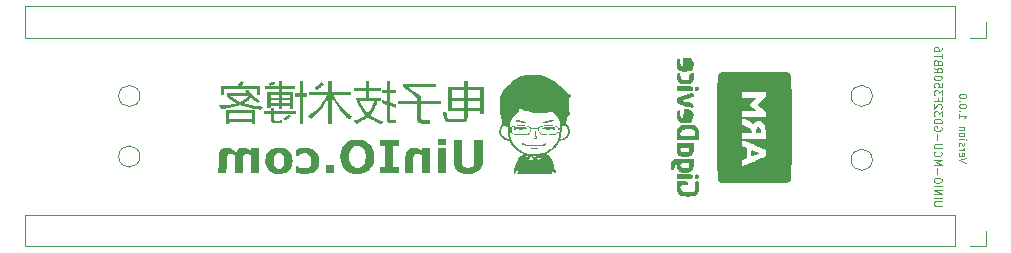
<source format=gbo>
%TF.GenerationSoftware,KiCad,Pcbnew,(6.0.9)*%
%TF.CreationDate,2022-12-12T19:53:13+08:00*%
%TF.ProjectId,UINIO-MCU-GD32F350RBT6,55494e49-4f2d-44d4-9355-2d4744333246,Version 1.0.0*%
%TF.SameCoordinates,PX6a581f0PY5923d30*%
%TF.FileFunction,Legend,Bot*%
%TF.FilePolarity,Positive*%
%FSLAX46Y46*%
G04 Gerber Fmt 4.6, Leading zero omitted, Abs format (unit mm)*
G04 Created by KiCad (PCBNEW (6.0.9)) date 2022-12-12 19:53:13*
%MOMM*%
%LPD*%
G01*
G04 APERTURE LIST*
%ADD10C,0.100000*%
%ADD11C,0.120000*%
%ADD12C,0.300000*%
%ADD13C,1.200000*%
%ADD14C,0.650000*%
%ADD15O,2.100000X1.000000*%
%ADD16O,1.900000X1.000000*%
%ADD17R,1.700000X1.700000*%
%ADD18O,1.700000X1.700000*%
G04 APERTURE END LIST*
D10*
X79708571Y-13242857D02*
X79108571Y-13042857D01*
X79708571Y-12842857D01*
X79137142Y-12414285D02*
X79108571Y-12471428D01*
X79108571Y-12585714D01*
X79137142Y-12642857D01*
X79194285Y-12671428D01*
X79422857Y-12671428D01*
X79480000Y-12642857D01*
X79508571Y-12585714D01*
X79508571Y-12471428D01*
X79480000Y-12414285D01*
X79422857Y-12385714D01*
X79365714Y-12385714D01*
X79308571Y-12671428D01*
X79108571Y-12128571D02*
X79508571Y-12128571D01*
X79394285Y-12128571D02*
X79451428Y-12100000D01*
X79480000Y-12071428D01*
X79508571Y-12014285D01*
X79508571Y-11957142D01*
X79137142Y-11785714D02*
X79108571Y-11728571D01*
X79108571Y-11614285D01*
X79137142Y-11557142D01*
X79194285Y-11528571D01*
X79222857Y-11528571D01*
X79280000Y-11557142D01*
X79308571Y-11614285D01*
X79308571Y-11700000D01*
X79337142Y-11757142D01*
X79394285Y-11785714D01*
X79422857Y-11785714D01*
X79480000Y-11757142D01*
X79508571Y-11700000D01*
X79508571Y-11614285D01*
X79480000Y-11557142D01*
X79108571Y-11271428D02*
X79508571Y-11271428D01*
X79708571Y-11271428D02*
X79680000Y-11300000D01*
X79651428Y-11271428D01*
X79680000Y-11242857D01*
X79708571Y-11271428D01*
X79651428Y-11271428D01*
X79108571Y-10900000D02*
X79137142Y-10957142D01*
X79165714Y-10985714D01*
X79222857Y-11014285D01*
X79394285Y-11014285D01*
X79451428Y-10985714D01*
X79480000Y-10957142D01*
X79508571Y-10900000D01*
X79508571Y-10814285D01*
X79480000Y-10757142D01*
X79451428Y-10728571D01*
X79394285Y-10700000D01*
X79222857Y-10700000D01*
X79165714Y-10728571D01*
X79137142Y-10757142D01*
X79108571Y-10814285D01*
X79108571Y-10900000D01*
X79508571Y-10442857D02*
X79108571Y-10442857D01*
X79451428Y-10442857D02*
X79480000Y-10414285D01*
X79508571Y-10357142D01*
X79508571Y-10271428D01*
X79480000Y-10214285D01*
X79422857Y-10185714D01*
X79108571Y-10185714D01*
X79108571Y-9128571D02*
X79108571Y-9471428D01*
X79108571Y-9300000D02*
X79708571Y-9300000D01*
X79622857Y-9357142D01*
X79565714Y-9414285D01*
X79537142Y-9471428D01*
X79165714Y-8871428D02*
X79137142Y-8842857D01*
X79108571Y-8871428D01*
X79137142Y-8900000D01*
X79165714Y-8871428D01*
X79108571Y-8871428D01*
X79708571Y-8471428D02*
X79708571Y-8414285D01*
X79680000Y-8357142D01*
X79651428Y-8328571D01*
X79594285Y-8300000D01*
X79480000Y-8271428D01*
X79337142Y-8271428D01*
X79222857Y-8300000D01*
X79165714Y-8328571D01*
X79137142Y-8357142D01*
X79108571Y-8414285D01*
X79108571Y-8471428D01*
X79137142Y-8528571D01*
X79165714Y-8557142D01*
X79222857Y-8585714D01*
X79337142Y-8614285D01*
X79480000Y-8614285D01*
X79594285Y-8585714D01*
X79651428Y-8557142D01*
X79680000Y-8528571D01*
X79708571Y-8471428D01*
X79165714Y-8014285D02*
X79137142Y-7985714D01*
X79108571Y-8014285D01*
X79137142Y-8042857D01*
X79165714Y-8014285D01*
X79108571Y-8014285D01*
X79708571Y-7614285D02*
X79708571Y-7557142D01*
X79680000Y-7500000D01*
X79651428Y-7471428D01*
X79594285Y-7442857D01*
X79480000Y-7414285D01*
X79337142Y-7414285D01*
X79222857Y-7442857D01*
X79165714Y-7471428D01*
X79137142Y-7500000D01*
X79108571Y-7557142D01*
X79108571Y-7614285D01*
X79137142Y-7671428D01*
X79165714Y-7700000D01*
X79222857Y-7728571D01*
X79337142Y-7757142D01*
X79480000Y-7757142D01*
X79594285Y-7728571D01*
X79651428Y-7700000D01*
X79680000Y-7671428D01*
X79708571Y-7614285D01*
D11*
X77615952Y-16881190D02*
X77089761Y-16881190D01*
X77027857Y-16850238D01*
X76996904Y-16819285D01*
X76965952Y-16757380D01*
X76965952Y-16633571D01*
X76996904Y-16571666D01*
X77027857Y-16540714D01*
X77089761Y-16509761D01*
X77615952Y-16509761D01*
X76965952Y-16200238D02*
X77615952Y-16200238D01*
X76965952Y-15890714D02*
X77615952Y-15890714D01*
X76965952Y-15519285D01*
X77615952Y-15519285D01*
X76965952Y-15209761D02*
X77615952Y-15209761D01*
X77615952Y-14776428D02*
X77615952Y-14652619D01*
X77585000Y-14590714D01*
X77523095Y-14528809D01*
X77399285Y-14497857D01*
X77182619Y-14497857D01*
X77058809Y-14528809D01*
X76996904Y-14590714D01*
X76965952Y-14652619D01*
X76965952Y-14776428D01*
X76996904Y-14838333D01*
X77058809Y-14900238D01*
X77182619Y-14931190D01*
X77399285Y-14931190D01*
X77523095Y-14900238D01*
X77585000Y-14838333D01*
X77615952Y-14776428D01*
X77213571Y-14219285D02*
X77213571Y-13724047D01*
X76965952Y-13414523D02*
X77615952Y-13414523D01*
X77151666Y-13197857D01*
X77615952Y-12981190D01*
X76965952Y-12981190D01*
X77027857Y-12300238D02*
X76996904Y-12331190D01*
X76965952Y-12424047D01*
X76965952Y-12485952D01*
X76996904Y-12578809D01*
X77058809Y-12640714D01*
X77120714Y-12671666D01*
X77244523Y-12702619D01*
X77337380Y-12702619D01*
X77461190Y-12671666D01*
X77523095Y-12640714D01*
X77585000Y-12578809D01*
X77615952Y-12485952D01*
X77615952Y-12424047D01*
X77585000Y-12331190D01*
X77554047Y-12300238D01*
X77615952Y-12021666D02*
X77089761Y-12021666D01*
X77027857Y-11990714D01*
X76996904Y-11959761D01*
X76965952Y-11897857D01*
X76965952Y-11774047D01*
X76996904Y-11712142D01*
X77027857Y-11681190D01*
X77089761Y-11650238D01*
X77615952Y-11650238D01*
X77213571Y-11340714D02*
X77213571Y-10845476D01*
X77585000Y-10195476D02*
X77615952Y-10257380D01*
X77615952Y-10350238D01*
X77585000Y-10443095D01*
X77523095Y-10505000D01*
X77461190Y-10535952D01*
X77337380Y-10566904D01*
X77244523Y-10566904D01*
X77120714Y-10535952D01*
X77058809Y-10505000D01*
X76996904Y-10443095D01*
X76965952Y-10350238D01*
X76965952Y-10288333D01*
X76996904Y-10195476D01*
X77027857Y-10164523D01*
X77244523Y-10164523D01*
X77244523Y-10288333D01*
X76965952Y-9885952D02*
X77615952Y-9885952D01*
X77615952Y-9731190D01*
X77585000Y-9638333D01*
X77523095Y-9576428D01*
X77461190Y-9545476D01*
X77337380Y-9514523D01*
X77244523Y-9514523D01*
X77120714Y-9545476D01*
X77058809Y-9576428D01*
X76996904Y-9638333D01*
X76965952Y-9731190D01*
X76965952Y-9885952D01*
X77615952Y-9297857D02*
X77615952Y-8895476D01*
X77368333Y-9112142D01*
X77368333Y-9019285D01*
X77337380Y-8957380D01*
X77306428Y-8926428D01*
X77244523Y-8895476D01*
X77089761Y-8895476D01*
X77027857Y-8926428D01*
X76996904Y-8957380D01*
X76965952Y-9019285D01*
X76965952Y-9205000D01*
X76996904Y-9266904D01*
X77027857Y-9297857D01*
X77554047Y-8647857D02*
X77585000Y-8616904D01*
X77615952Y-8555000D01*
X77615952Y-8400238D01*
X77585000Y-8338333D01*
X77554047Y-8307380D01*
X77492142Y-8276428D01*
X77430238Y-8276428D01*
X77337380Y-8307380D01*
X76965952Y-8678809D01*
X76965952Y-8276428D01*
X77306428Y-7781190D02*
X77306428Y-7997857D01*
X76965952Y-7997857D02*
X77615952Y-7997857D01*
X77615952Y-7688333D01*
X77615952Y-7502619D02*
X77615952Y-7100238D01*
X77368333Y-7316904D01*
X77368333Y-7224047D01*
X77337380Y-7162142D01*
X77306428Y-7131190D01*
X77244523Y-7100238D01*
X77089761Y-7100238D01*
X77027857Y-7131190D01*
X76996904Y-7162142D01*
X76965952Y-7224047D01*
X76965952Y-7409761D01*
X76996904Y-7471666D01*
X77027857Y-7502619D01*
X77615952Y-6512142D02*
X77615952Y-6821666D01*
X77306428Y-6852619D01*
X77337380Y-6821666D01*
X77368333Y-6759761D01*
X77368333Y-6605000D01*
X77337380Y-6543095D01*
X77306428Y-6512142D01*
X77244523Y-6481190D01*
X77089761Y-6481190D01*
X77027857Y-6512142D01*
X76996904Y-6543095D01*
X76965952Y-6605000D01*
X76965952Y-6759761D01*
X76996904Y-6821666D01*
X77027857Y-6852619D01*
X77615952Y-6078809D02*
X77615952Y-6016904D01*
X77585000Y-5955000D01*
X77554047Y-5924047D01*
X77492142Y-5893095D01*
X77368333Y-5862142D01*
X77213571Y-5862142D01*
X77089761Y-5893095D01*
X77027857Y-5924047D01*
X76996904Y-5955000D01*
X76965952Y-6016904D01*
X76965952Y-6078809D01*
X76996904Y-6140714D01*
X77027857Y-6171666D01*
X77089761Y-6202619D01*
X77213571Y-6233571D01*
X77368333Y-6233571D01*
X77492142Y-6202619D01*
X77554047Y-6171666D01*
X77585000Y-6140714D01*
X77615952Y-6078809D01*
X76965952Y-5212142D02*
X77275476Y-5428809D01*
X76965952Y-5583571D02*
X77615952Y-5583571D01*
X77615952Y-5335952D01*
X77585000Y-5274047D01*
X77554047Y-5243095D01*
X77492142Y-5212142D01*
X77399285Y-5212142D01*
X77337380Y-5243095D01*
X77306428Y-5274047D01*
X77275476Y-5335952D01*
X77275476Y-5583571D01*
X77306428Y-4716904D02*
X77275476Y-4624047D01*
X77244523Y-4593095D01*
X77182619Y-4562142D01*
X77089761Y-4562142D01*
X77027857Y-4593095D01*
X76996904Y-4624047D01*
X76965952Y-4685952D01*
X76965952Y-4933571D01*
X77615952Y-4933571D01*
X77615952Y-4716904D01*
X77585000Y-4655000D01*
X77554047Y-4624047D01*
X77492142Y-4593095D01*
X77430238Y-4593095D01*
X77368333Y-4624047D01*
X77337380Y-4655000D01*
X77306428Y-4716904D01*
X77306428Y-4933571D01*
X77615952Y-4376428D02*
X77615952Y-4005000D01*
X76965952Y-4190714D02*
X77615952Y-4190714D01*
X77615952Y-3509761D02*
X77615952Y-3633571D01*
X77585000Y-3695476D01*
X77554047Y-3726428D01*
X77461190Y-3788333D01*
X77337380Y-3819285D01*
X77089761Y-3819285D01*
X77027857Y-3788333D01*
X76996904Y-3757380D01*
X76965952Y-3695476D01*
X76965952Y-3571666D01*
X76996904Y-3509761D01*
X77027857Y-3478809D01*
X77089761Y-3447857D01*
X77244523Y-3447857D01*
X77306428Y-3478809D01*
X77337380Y-3509761D01*
X77368333Y-3571666D01*
X77368333Y-3695476D01*
X77337380Y-3757380D01*
X77306428Y-3788333D01*
X77244523Y-3819285D01*
D12*
%TO.C,*%
D10*
%TO.C,HOLE1*%
X9750000Y-7590000D02*
G75*
G03*
X9750000Y-7590000I-900000J0D01*
G01*
%TO.C,HOLE3*%
X71760000Y-7580000D02*
G75*
G03*
X71760000Y-7580000I-900000J0D01*
G01*
%TO.C,HOLE2*%
X9750000Y-12710000D02*
G75*
G03*
X9750000Y-12710000I-900000J0D01*
G01*
%TO.C,HOLE4*%
X71760000Y-12990000D02*
G75*
G03*
X71760000Y-12990000I-900000J0D01*
G01*
%TO.C,*%
G36*
X62203347Y-10212876D02*
G01*
X62289648Y-10281367D01*
X62347613Y-10406446D01*
X62368809Y-10579810D01*
X62365001Y-10642520D01*
X62340620Y-10676530D01*
X62276354Y-10689595D01*
X62152890Y-10691726D01*
X61936970Y-10691726D01*
X61936970Y-10496341D01*
X61943501Y-10372541D01*
X61970116Y-10294788D01*
X62026181Y-10242502D01*
X62097147Y-10209276D01*
X62203347Y-10212876D01*
G37*
G36*
X60148852Y-14969089D02*
G01*
X59836927Y-14966468D01*
X59578330Y-14962078D01*
X59367567Y-14955476D01*
X59199140Y-14946222D01*
X59067552Y-14933871D01*
X58967306Y-14917983D01*
X58892907Y-14898114D01*
X58838857Y-14873823D01*
X58799659Y-14844668D01*
X58769818Y-14810205D01*
X58743835Y-14769994D01*
X58716215Y-14723591D01*
X58707246Y-14708046D01*
X58696260Y-14684063D01*
X58686531Y-14652640D01*
X58677983Y-14609334D01*
X58670539Y-14549704D01*
X58664123Y-14469307D01*
X58658659Y-14363701D01*
X58654068Y-14228444D01*
X58650277Y-14059093D01*
X58647206Y-13851207D01*
X58644781Y-13600342D01*
X58642924Y-13302057D01*
X58641559Y-12951909D01*
X58640610Y-12545457D01*
X58639999Y-12078257D01*
X58639651Y-11545868D01*
X58639580Y-11284473D01*
X60759227Y-11284473D01*
X60759227Y-11820543D01*
X60955517Y-11904985D01*
X61151808Y-11989426D01*
X61151808Y-12843037D01*
X60955517Y-12913622D01*
X60759227Y-12984207D01*
X60759227Y-13517165D01*
X60945703Y-13443253D01*
X60953032Y-13440343D01*
X61054484Y-13399690D01*
X61212354Y-13336041D01*
X61412004Y-13255314D01*
X61638793Y-13163428D01*
X61878083Y-13066302D01*
X61930397Y-13045050D01*
X62154115Y-12954205D01*
X62351955Y-12873929D01*
X62512202Y-12808970D01*
X62623142Y-12764079D01*
X62673060Y-12744005D01*
X62694561Y-12718145D01*
X62715280Y-12617193D01*
X62722132Y-12440411D01*
X62722132Y-12156074D01*
X62182333Y-11917138D01*
X62165824Y-11909829D01*
X61923479Y-11802439D01*
X61661566Y-11686210D01*
X61410546Y-11574667D01*
X61200880Y-11481338D01*
X60759227Y-11284473D01*
X58639580Y-11284473D01*
X58639558Y-11202082D01*
X60759227Y-11202082D01*
X62722132Y-11202082D01*
X62722132Y-10694282D01*
X62720681Y-10509740D01*
X62712011Y-10304665D01*
X62692533Y-10152056D01*
X62658861Y-10036734D01*
X62607609Y-9943522D01*
X62535390Y-9857243D01*
X62410176Y-9761182D01*
X62239708Y-9701821D01*
X62063256Y-9700163D01*
X61900887Y-9755905D01*
X61772666Y-9868745D01*
X61751557Y-9897128D01*
X61701107Y-9953833D01*
X61661587Y-9955720D01*
X61605748Y-9909429D01*
X61563811Y-9878606D01*
X61456001Y-9814921D01*
X61308996Y-9737425D01*
X61141993Y-9656582D01*
X60759227Y-9479278D01*
X60759227Y-10026320D01*
X61063192Y-10164842D01*
X61164771Y-10212588D01*
X61344576Y-10309897D01*
X61461682Y-10398429D01*
X61525237Y-10486093D01*
X61544389Y-10580795D01*
X61544389Y-10691726D01*
X60759227Y-10691726D01*
X60759227Y-11202082D01*
X58639558Y-11202082D01*
X58639489Y-10943847D01*
X58639435Y-10267752D01*
X58639371Y-9774615D01*
X58639279Y-9356950D01*
X60759227Y-9356950D01*
X62722132Y-9356950D01*
X62722132Y-8935287D01*
X62368809Y-8630675D01*
X62368673Y-8630557D01*
X62231531Y-8511776D01*
X62119230Y-8413469D01*
X62043353Y-8345851D01*
X62015486Y-8319138D01*
X62015487Y-8319129D01*
X62043488Y-8292242D01*
X62119421Y-8224418D01*
X62231717Y-8125879D01*
X62368809Y-8006850D01*
X62722132Y-7701488D01*
X62722132Y-7276270D01*
X60759227Y-7276270D01*
X60759227Y-7745374D01*
X61364216Y-7756185D01*
X61969205Y-7766997D01*
X61678281Y-8014859D01*
X61602308Y-8081454D01*
X61491701Y-8186396D01*
X61415645Y-8269277D01*
X61387357Y-8316402D01*
X61399038Y-8341503D01*
X61458778Y-8413580D01*
X61557750Y-8513602D01*
X61683047Y-8627967D01*
X61978737Y-8885853D01*
X60759227Y-8885853D01*
X60759227Y-9356950D01*
X58639279Y-9356950D01*
X58639230Y-9137881D01*
X58639239Y-8572258D01*
X58639630Y-8073402D01*
X58640633Y-7636966D01*
X58642481Y-7258605D01*
X58645405Y-6933973D01*
X58649636Y-6658724D01*
X58655404Y-6428513D01*
X58662943Y-6238995D01*
X58672483Y-6085823D01*
X58684255Y-5964652D01*
X58698490Y-5871136D01*
X58715421Y-5800930D01*
X58735278Y-5749687D01*
X58758293Y-5713064D01*
X58784697Y-5686713D01*
X58814722Y-5666289D01*
X58848598Y-5647447D01*
X58886558Y-5625840D01*
X58887628Y-5625189D01*
X58914232Y-5610509D01*
X58945937Y-5597851D01*
X58988392Y-5587065D01*
X59047242Y-5578001D01*
X59128136Y-5570511D01*
X59236721Y-5564444D01*
X59378644Y-5559652D01*
X59559551Y-5555983D01*
X59785092Y-5553289D01*
X60060912Y-5551421D01*
X60392660Y-5550228D01*
X60785982Y-5549561D01*
X61246525Y-5549270D01*
X61779938Y-5549207D01*
X61803464Y-5549207D01*
X62333757Y-5549277D01*
X62791415Y-5549580D01*
X63182085Y-5550265D01*
X63511412Y-5551483D01*
X63785046Y-5553383D01*
X64008633Y-5556114D01*
X64187821Y-5559826D01*
X64328256Y-5564669D01*
X64435586Y-5570791D01*
X64515459Y-5578343D01*
X64573521Y-5587475D01*
X64615420Y-5598335D01*
X64646803Y-5611074D01*
X64673318Y-5625840D01*
X64699798Y-5641162D01*
X64734961Y-5660430D01*
X64766193Y-5679919D01*
X64793725Y-5703979D01*
X64817791Y-5736958D01*
X64838622Y-5783208D01*
X64856451Y-5847077D01*
X64871509Y-5932915D01*
X64884028Y-6045073D01*
X64894241Y-6187899D01*
X64902380Y-6365744D01*
X64908677Y-6582957D01*
X64913364Y-6843888D01*
X64916673Y-7152887D01*
X64918836Y-7514303D01*
X64920085Y-7932487D01*
X64920653Y-8411787D01*
X64920771Y-8956554D01*
X64920672Y-9571137D01*
X64920587Y-10259887D01*
X64920632Y-10739986D01*
X64920752Y-11377451D01*
X64920727Y-11943731D01*
X64920326Y-12443175D01*
X64919317Y-12880132D01*
X64917466Y-13258953D01*
X64914543Y-13583986D01*
X64910315Y-13859582D01*
X64904551Y-14090091D01*
X64897017Y-14279862D01*
X64887482Y-14433245D01*
X64875713Y-14554590D01*
X64861480Y-14648245D01*
X64844548Y-14718563D01*
X64824688Y-14769890D01*
X64801665Y-14806579D01*
X64775249Y-14832978D01*
X64745207Y-14853437D01*
X64711308Y-14872305D01*
X64673318Y-14893934D01*
X64672813Y-14894241D01*
X64646219Y-14908986D01*
X64614637Y-14921702D01*
X64572411Y-14932537D01*
X64513884Y-14941644D01*
X64433402Y-14949171D01*
X64325308Y-14955271D01*
X64183946Y-14960093D01*
X64003660Y-14963788D01*
X63778794Y-14966506D01*
X63503692Y-14968398D01*
X63172698Y-14969614D01*
X62780156Y-14970305D01*
X62320409Y-14970622D01*
X61787803Y-14970714D01*
X61459572Y-14970761D01*
X60954678Y-14970793D01*
X60759227Y-14970609D01*
X60519604Y-14970383D01*
X60148852Y-14969089D01*
G37*
G36*
X61572374Y-12161784D02*
G01*
X61650407Y-12193475D01*
X61773551Y-12244185D01*
X61920686Y-12305229D01*
X62224360Y-12431649D01*
X61933447Y-12543500D01*
X61905050Y-12554397D01*
X61760269Y-12609322D01*
X61642099Y-12653166D01*
X61573833Y-12677266D01*
X61568777Y-12678800D01*
X61535017Y-12679006D01*
X61515784Y-12645468D01*
X61507137Y-12563279D01*
X61505131Y-12417528D01*
X61506407Y-12307893D01*
X61514156Y-12206042D01*
X61531431Y-12160261D01*
X61561071Y-12157342D01*
X61572374Y-12161784D01*
G37*
D11*
%TO.C,J2*%
X0Y-20310000D02*
X0Y-17650000D01*
X80070000Y-20310000D02*
X81400000Y-20310000D01*
X81400000Y-20310000D02*
X81400000Y-18980000D01*
X78800000Y-17650000D02*
X0Y-17650000D01*
X78800000Y-20310000D02*
X0Y-20310000D01*
X78800000Y-20310000D02*
X78800000Y-17650000D01*
%TO.C,*%
G36*
X38559712Y-9139027D02*
G01*
X38559712Y-8875229D01*
X37510147Y-8875229D01*
X37498771Y-9172002D01*
X37496418Y-9225275D01*
X37489991Y-9330357D01*
X37482045Y-9423298D01*
X37473370Y-9495584D01*
X37464755Y-9538705D01*
X37429740Y-9617039D01*
X37355135Y-9707613D01*
X37252193Y-9774772D01*
X37122630Y-9817119D01*
X37108796Y-9819064D01*
X37054443Y-9822749D01*
X36970199Y-9825802D01*
X36861343Y-9828126D01*
X36733155Y-9829624D01*
X36590916Y-9830199D01*
X36439905Y-9829751D01*
X36390431Y-9829426D01*
X36220293Y-9827999D01*
X36082357Y-9825757D01*
X35972265Y-9821959D01*
X35885655Y-9815863D01*
X35818167Y-9806730D01*
X35765440Y-9793817D01*
X35723113Y-9776383D01*
X35686826Y-9753689D01*
X35652218Y-9724991D01*
X35614928Y-9689550D01*
X35575828Y-9643908D01*
X35536322Y-9575142D01*
X35502062Y-9485046D01*
X35471039Y-9368169D01*
X35441239Y-9219063D01*
X35435909Y-9189370D01*
X35421929Y-9112633D01*
X35410325Y-9050490D01*
X35403188Y-9014199D01*
X35402161Y-9008460D01*
X35404963Y-8988121D01*
X35424076Y-8970131D01*
X35466077Y-8950045D01*
X35537548Y-8923416D01*
X35557954Y-8916252D01*
X35621423Y-8895125D01*
X35667057Y-8881713D01*
X35686087Y-8878659D01*
X35690442Y-8896685D01*
X35698901Y-8944919D01*
X35710094Y-9015673D01*
X35722769Y-9101341D01*
X35743474Y-9224273D01*
X35772091Y-9338441D01*
X35806963Y-9423001D01*
X35849943Y-9482269D01*
X35902887Y-9520563D01*
X35903108Y-9520673D01*
X35926292Y-9530400D01*
X35955267Y-9538018D01*
X35994588Y-9543773D01*
X36048811Y-9547913D01*
X36122493Y-9550684D01*
X36220190Y-9552335D01*
X36346459Y-9553111D01*
X36505854Y-9553260D01*
X36605381Y-9553162D01*
X36753293Y-9552456D01*
X36870112Y-9550458D01*
X36960042Y-9546453D01*
X37027285Y-9539726D01*
X37076045Y-9529564D01*
X37110525Y-9515249D01*
X37134928Y-9496068D01*
X37153457Y-9471306D01*
X37170316Y-9440248D01*
X37183337Y-9409327D01*
X37192958Y-9368638D01*
X37198235Y-9313634D01*
X37199873Y-9236546D01*
X37198580Y-9129605D01*
X37193614Y-8884650D01*
X36510565Y-8879704D01*
X35827516Y-8874759D01*
X35827516Y-8611430D01*
X36129000Y-8611430D01*
X38559712Y-8611430D01*
X38559712Y-7989620D01*
X37504519Y-7989620D01*
X37504519Y-8611430D01*
X37203035Y-8611430D01*
X37203035Y-7989620D01*
X36129000Y-7989620D01*
X36129000Y-8611430D01*
X35827516Y-8611430D01*
X35827516Y-7725822D01*
X36129000Y-7725822D01*
X38559712Y-7725822D01*
X38559712Y-7085169D01*
X37504519Y-7085169D01*
X37504519Y-7725822D01*
X37203947Y-7725822D01*
X37198780Y-7410206D01*
X37193614Y-7094591D01*
X36661307Y-7089587D01*
X36129000Y-7084582D01*
X36129000Y-7725822D01*
X35827516Y-7725822D01*
X35827516Y-6821371D01*
X37203035Y-6821371D01*
X37203035Y-6350303D01*
X37504519Y-6350303D01*
X37504519Y-6821371D01*
X38861196Y-6821371D01*
X38861196Y-9139027D01*
X38559712Y-9139027D01*
G37*
G36*
X42878230Y-12857016D02*
G01*
X42886952Y-12863798D01*
X42866846Y-12868400D01*
X42847735Y-12867067D01*
X42842115Y-12858503D01*
X42848781Y-12854769D01*
X42878230Y-12857016D01*
G37*
G36*
X19600642Y-7755939D02*
G01*
X19710535Y-7842696D01*
X19901937Y-7985035D01*
X19813523Y-8072120D01*
X19768265Y-8114733D01*
X19730023Y-8146903D01*
X19709621Y-8159205D01*
X19701590Y-8156205D01*
X19667169Y-8134222D01*
X19613259Y-8094927D01*
X19545932Y-8043119D01*
X19471259Y-7983600D01*
X19395311Y-7921169D01*
X19324157Y-7860625D01*
X19263870Y-7806770D01*
X19150320Y-7701642D01*
X18995557Y-7852166D01*
X18950322Y-7894667D01*
X18863891Y-7970162D01*
X18776828Y-8040369D01*
X18702444Y-8094291D01*
X18564094Y-8185892D01*
X18664759Y-8220320D01*
X18726746Y-8240399D01*
X18881019Y-8283882D01*
X19061045Y-8327676D01*
X19258804Y-8370113D01*
X19466279Y-8409527D01*
X19675451Y-8444249D01*
X19878300Y-8472614D01*
X20143253Y-8505738D01*
X20066727Y-8632616D01*
X20039395Y-8676549D01*
X20004095Y-8725332D01*
X19976848Y-8748750D01*
X19952516Y-8752180D01*
X19928506Y-8748063D01*
X19872118Y-8739148D01*
X19795332Y-8727426D01*
X19707561Y-8714350D01*
X19414113Y-8665301D01*
X18930464Y-8557497D01*
X18467362Y-8419353D01*
X18244670Y-8343912D01*
X18040985Y-8411574D01*
X17960499Y-8437454D01*
X17617311Y-8530208D01*
X17246951Y-8603203D01*
X16846621Y-8657013D01*
X16763046Y-8666266D01*
X16690948Y-8672703D01*
X16641086Y-8670697D01*
X16605073Y-8656630D01*
X16574525Y-8626886D01*
X16541054Y-8577847D01*
X16496276Y-8505897D01*
X16423961Y-8390942D01*
X16727927Y-8379724D01*
X16848657Y-8374079D01*
X17256446Y-8336042D01*
X17642996Y-8269319D01*
X17654521Y-8266840D01*
X17761435Y-8243673D01*
X17833474Y-8225466D01*
X17872255Y-8208674D01*
X17879392Y-8189752D01*
X17856501Y-8165155D01*
X17805197Y-8131337D01*
X17727096Y-8084753D01*
X17604673Y-8007140D01*
X17475989Y-7916634D01*
X17354307Y-7822700D01*
X17248485Y-7732185D01*
X17167379Y-7651940D01*
X17135531Y-7614884D01*
X17111050Y-7575080D01*
X17486147Y-7575080D01*
X17551082Y-7642601D01*
X17563748Y-7655194D01*
X17634694Y-7715194D01*
X17729452Y-7783994D01*
X17839615Y-7856035D01*
X17956778Y-7925754D01*
X18072536Y-7987591D01*
X18106990Y-8004493D01*
X18173882Y-8035517D01*
X18225327Y-8056976D01*
X18252314Y-8064991D01*
X18283045Y-8056063D01*
X18339078Y-8028675D01*
X18411736Y-7987163D01*
X18493956Y-7935941D01*
X18578674Y-7879423D01*
X18658825Y-7822024D01*
X18727346Y-7768157D01*
X18771841Y-7731251D01*
X18822352Y-7689298D01*
X18859651Y-7655569D01*
X18881293Y-7629173D01*
X18884829Y-7609219D01*
X18867813Y-7594816D01*
X18827798Y-7585073D01*
X18762338Y-7579100D01*
X18668986Y-7576005D01*
X18545295Y-7574897D01*
X18388818Y-7574886D01*
X18197109Y-7575080D01*
X17486147Y-7575080D01*
X17111050Y-7575080D01*
X17110619Y-7574380D01*
X17100043Y-7528837D01*
X17097843Y-7461970D01*
X17097843Y-7348967D01*
X17945765Y-7348967D01*
X18013316Y-7348950D01*
X18211332Y-7348607D01*
X18375158Y-7347710D01*
X18507471Y-7346110D01*
X18610949Y-7343659D01*
X18688270Y-7340207D01*
X18742110Y-7335604D01*
X18775148Y-7329703D01*
X18790061Y-7322353D01*
X18789526Y-7313405D01*
X18776222Y-7302711D01*
X18767529Y-7295360D01*
X18738371Y-7264022D01*
X18701324Y-7219403D01*
X18643893Y-7146891D01*
X18772553Y-7090062D01*
X18901214Y-7033234D01*
X18996473Y-7158126D01*
X19036579Y-7207978D01*
X19126714Y-7309187D01*
X19235575Y-7421670D01*
X19355775Y-7538344D01*
X19433108Y-7609219D01*
X19479926Y-7652128D01*
X19600642Y-7755939D01*
G37*
G36*
X42610899Y-12860466D02*
G01*
X42601478Y-12869887D01*
X42592056Y-12860466D01*
X42601478Y-12851045D01*
X42610899Y-12860466D01*
G37*
G36*
X21109497Y-6355139D02*
G01*
X21137575Y-6384055D01*
X21169848Y-6430384D01*
X21218504Y-6510466D01*
X21009472Y-6616163D01*
X21004685Y-6618582D01*
X20923338Y-6659004D01*
X20853713Y-6692405D01*
X20803072Y-6715376D01*
X20778676Y-6724509D01*
X20768349Y-6720888D01*
X20742329Y-6694157D01*
X20712969Y-6651145D01*
X20686919Y-6603334D01*
X20670831Y-6562205D01*
X20671357Y-6539240D01*
X20691671Y-6526906D01*
X20739419Y-6503015D01*
X20805082Y-6472299D01*
X20880000Y-6438586D01*
X20955509Y-6405703D01*
X21022949Y-6377477D01*
X21073657Y-6357734D01*
X21098972Y-6350303D01*
X21109497Y-6355139D01*
G37*
G36*
X43835676Y-12747410D02*
G01*
X43826255Y-12756831D01*
X43816834Y-12747410D01*
X43826255Y-12737988D01*
X43835676Y-12747410D01*
G37*
G36*
X44621663Y-9650733D02*
G01*
X44711133Y-9653730D01*
X44794436Y-9659128D01*
X44863693Y-9666424D01*
X44911026Y-9675113D01*
X44928555Y-9684692D01*
X44924369Y-9688482D01*
X44891981Y-9698500D01*
X44834528Y-9709923D01*
X44760380Y-9720946D01*
X44747095Y-9722782D01*
X44659688Y-9738686D01*
X44551419Y-9762990D01*
X44434786Y-9792725D01*
X44322287Y-9824927D01*
X44209561Y-9857841D01*
X44084023Y-9889006D01*
X43983899Y-9905816D01*
X43904120Y-9909053D01*
X43839617Y-9899501D01*
X43808471Y-9884762D01*
X43808019Y-9862831D01*
X43842182Y-9833274D01*
X43911807Y-9794862D01*
X43988179Y-9761337D01*
X44136064Y-9712232D01*
X44296005Y-9675160D01*
X44452231Y-9654225D01*
X44455743Y-9653960D01*
X44533907Y-9650642D01*
X44621663Y-9650733D01*
G37*
G36*
X42554371Y-12766252D02*
G01*
X42544949Y-12775674D01*
X42535528Y-12766252D01*
X42544949Y-12756831D01*
X42554371Y-12766252D01*
G37*
G36*
X18399580Y-6335834D02*
G01*
X18456475Y-6369426D01*
X18507484Y-6402811D01*
X18530866Y-6430337D01*
X18528785Y-6460614D01*
X18503406Y-6502252D01*
X18456891Y-6563860D01*
X18434362Y-6592946D01*
X18398789Y-6637247D01*
X18370876Y-6673314D01*
X18353353Y-6701982D01*
X18348948Y-6724085D01*
X18360388Y-6740459D01*
X18390404Y-6751941D01*
X18441722Y-6759363D01*
X18517072Y-6763564D01*
X18619181Y-6765376D01*
X18750778Y-6765637D01*
X18914593Y-6765181D01*
X19113352Y-6764843D01*
X19905409Y-6764843D01*
X19905409Y-7462024D01*
X19641611Y-7462024D01*
X19641611Y-7009798D01*
X16871730Y-7009798D01*
X16871730Y-7462024D01*
X16607932Y-7462024D01*
X16607932Y-6764843D01*
X18180626Y-6764843D01*
X18105592Y-6714831D01*
X18081127Y-6698465D01*
X18041912Y-6671924D01*
X18023186Y-6658782D01*
X18028968Y-6643851D01*
X18053952Y-6606199D01*
X18093389Y-6552711D01*
X18142173Y-6490096D01*
X18195197Y-6425059D01*
X18247356Y-6364310D01*
X18316376Y-6286534D01*
X18399580Y-6335834D01*
G37*
G36*
X29826576Y-8125054D02*
G01*
X29790367Y-8233217D01*
X29743327Y-8357492D01*
X29690786Y-8484802D01*
X29638076Y-8602071D01*
X29590530Y-8696223D01*
X29551349Y-8763564D01*
X29474335Y-8884125D01*
X29384229Y-9014396D01*
X29288495Y-9143329D01*
X29248855Y-9194739D01*
X29405581Y-9296560D01*
X29462725Y-9332530D01*
X29626429Y-9426429D01*
X29807351Y-9519518D01*
X29991597Y-9604868D01*
X30165276Y-9675548D01*
X30226796Y-9698650D01*
X30293754Y-9724270D01*
X30340434Y-9742714D01*
X30359297Y-9751049D01*
X30359170Y-9753047D01*
X30345686Y-9776727D01*
X30315798Y-9820742D01*
X30274505Y-9877629D01*
X30184118Y-9998935D01*
X30037374Y-9936824D01*
X29924466Y-9886858D01*
X29697973Y-9775442D01*
X29473061Y-9651420D01*
X29267506Y-9524316D01*
X29246411Y-9510408D01*
X29170520Y-9460819D01*
X29108025Y-9420675D01*
X29064918Y-9393791D01*
X29047186Y-9383982D01*
X29044499Y-9385068D01*
X29018810Y-9401417D01*
X28972941Y-9433321D01*
X28914539Y-9475501D01*
X28874917Y-9504165D01*
X28649081Y-9653007D01*
X28404595Y-9789639D01*
X28131954Y-9919452D01*
X28031630Y-9963820D01*
X27918723Y-9828524D01*
X27805817Y-9693228D01*
X27986881Y-9631395D01*
X28017364Y-9620744D01*
X28122525Y-9581378D01*
X28229820Y-9538041D01*
X28320197Y-9498337D01*
X28371880Y-9472913D01*
X28456223Y-9427793D01*
X28545336Y-9376845D01*
X28631585Y-9324723D01*
X28707334Y-9276082D01*
X28764948Y-9235574D01*
X28796790Y-9207853D01*
X28800441Y-9192619D01*
X28787347Y-9161877D01*
X28752469Y-9113668D01*
X28693088Y-9043695D01*
X28663164Y-9009069D01*
X28550552Y-8866727D01*
X28443687Y-8713569D01*
X28345426Y-8555072D01*
X28258625Y-8396713D01*
X28186141Y-8243969D01*
X28130830Y-8102316D01*
X28104358Y-8008463D01*
X28400941Y-8008463D01*
X28413473Y-8050859D01*
X28419176Y-8069008D01*
X28453948Y-8159748D01*
X28502810Y-8268058D01*
X28560274Y-8382850D01*
X28620855Y-8493038D01*
X28679065Y-8587533D01*
X28700667Y-8619093D01*
X28769550Y-8712249D01*
X28844497Y-8805394D01*
X28912733Y-8882407D01*
X29036693Y-9012400D01*
X29131439Y-8891997D01*
X29136272Y-8885842D01*
X29278454Y-8690432D01*
X29393008Y-8499926D01*
X29485993Y-8303053D01*
X29563470Y-8088545D01*
X29588770Y-8008463D01*
X28400941Y-8008463D01*
X28104358Y-8008463D01*
X28095549Y-7977233D01*
X28083154Y-7874196D01*
X28083154Y-7763508D01*
X28874549Y-7763508D01*
X28874549Y-7198226D01*
X27875884Y-7198226D01*
X27875884Y-6934427D01*
X28874549Y-6934427D01*
X28874549Y-6331460D01*
X29157190Y-6331460D01*
X29157190Y-6934427D01*
X30118169Y-6934427D01*
X30118169Y-7198226D01*
X29157190Y-7198226D01*
X29157190Y-7763508D01*
X30118169Y-7763508D01*
X30118169Y-8008463D01*
X29859268Y-8008463D01*
X29834456Y-8097966D01*
X29826576Y-8125054D01*
G37*
G36*
X42750725Y-12852524D02*
G01*
X42752219Y-12869887D01*
X42748352Y-12875526D01*
X42732265Y-12888730D01*
X42730384Y-12888240D01*
X42723955Y-12869887D01*
X42724722Y-12864723D01*
X42743910Y-12851045D01*
X42750725Y-12852524D01*
G37*
G36*
X42448893Y-10256614D02*
G01*
X42484751Y-10300605D01*
X42495722Y-10344160D01*
X42472242Y-10380436D01*
X42466013Y-10384947D01*
X42438117Y-10388054D01*
X42398610Y-10363901D01*
X42370980Y-10345136D01*
X42307556Y-10325181D01*
X42251887Y-10340129D01*
X42208553Y-10389366D01*
X42206383Y-10393249D01*
X42165062Y-10444834D01*
X42114766Y-10483009D01*
X42079511Y-10496871D01*
X41998799Y-10504623D01*
X41920326Y-10485132D01*
X41854669Y-10442035D01*
X41812401Y-10378972D01*
X41791240Y-10322772D01*
X41668762Y-10335725D01*
X41608019Y-10342998D01*
X41559861Y-10350481D01*
X41538549Y-10356126D01*
X41541141Y-10369437D01*
X41562102Y-10398147D01*
X41582572Y-10424880D01*
X41590682Y-10460952D01*
X41563762Y-10484199D01*
X41529453Y-10486937D01*
X41477853Y-10461015D01*
X41425117Y-10403330D01*
X41415802Y-10389752D01*
X41390012Y-10335499D01*
X41395783Y-10294022D01*
X41433526Y-10258242D01*
X41452101Y-10248923D01*
X41481924Y-10240684D01*
X41526170Y-10234140D01*
X41589492Y-10228917D01*
X41676543Y-10224639D01*
X41791973Y-10220933D01*
X41940437Y-10217423D01*
X42399944Y-10207665D01*
X42448893Y-10256614D01*
G37*
G36*
X42811888Y-12857326D02*
G01*
X42814836Y-12862993D01*
X42799326Y-12869887D01*
X42789351Y-12868528D01*
X42786764Y-12857326D01*
X42789526Y-12855070D01*
X42811888Y-12857326D01*
G37*
G36*
X29586798Y-12825360D02*
G01*
X29576713Y-12977780D01*
X29559284Y-13115608D01*
X29534878Y-13227591D01*
X29529788Y-13244659D01*
X29447819Y-13451980D01*
X29336246Y-13637623D01*
X29197584Y-13799468D01*
X29034347Y-13935391D01*
X28849048Y-14043272D01*
X28644202Y-14120989D01*
X28422323Y-14166420D01*
X28291775Y-14180150D01*
X28173059Y-14185448D01*
X28056073Y-14181403D01*
X27922991Y-14168077D01*
X27809268Y-14150596D01*
X27584544Y-14091796D01*
X27383518Y-14004103D01*
X27206958Y-13888185D01*
X27055632Y-13744711D01*
X26930306Y-13574349D01*
X26831748Y-13377767D01*
X26760726Y-13155634D01*
X26754359Y-13127617D01*
X26730748Y-12972866D01*
X26719693Y-12798911D01*
X26719820Y-12783587D01*
X27462662Y-12783587D01*
X27467000Y-12907808D01*
X27478963Y-13013223D01*
X27481889Y-13029364D01*
X27527322Y-13190828D01*
X27597379Y-13335578D01*
X27688525Y-13458744D01*
X27797224Y-13555454D01*
X27919940Y-13620837D01*
X28008812Y-13646301D01*
X28151282Y-13660566D01*
X28294690Y-13646796D01*
X28429090Y-13606275D01*
X28544536Y-13540284D01*
X28599819Y-13492438D01*
X28696265Y-13373125D01*
X28770533Y-13226661D01*
X28821616Y-13055967D01*
X28848509Y-12863961D01*
X28850203Y-12653565D01*
X28847381Y-12608379D01*
X28819800Y-12403088D01*
X28769645Y-12227339D01*
X28697102Y-12081372D01*
X28602358Y-11965426D01*
X28485600Y-11879743D01*
X28347015Y-11824561D01*
X28186789Y-11800122D01*
X28138857Y-11798183D01*
X28060849Y-11799976D01*
X27994992Y-11811273D01*
X27924521Y-11834255D01*
X27922103Y-11835172D01*
X27791099Y-11904000D01*
X27680313Y-12003215D01*
X27588886Y-12133788D01*
X27515961Y-12296690D01*
X27510463Y-12313452D01*
X27489849Y-12405493D01*
X27474641Y-12521689D01*
X27465394Y-12651300D01*
X27462662Y-12783587D01*
X26719820Y-12783587D01*
X26721179Y-12619305D01*
X26735190Y-12447601D01*
X26761710Y-12297354D01*
X26770724Y-12261954D01*
X26845638Y-12046700D01*
X26948668Y-11854936D01*
X27078426Y-11688198D01*
X27233525Y-11548024D01*
X27412577Y-11435949D01*
X27614194Y-11353509D01*
X27733019Y-11321225D01*
X27949504Y-11285712D01*
X28172369Y-11275756D01*
X28394246Y-11290685D01*
X28607771Y-11329827D01*
X28805574Y-11392511D01*
X28980291Y-11478064D01*
X29000432Y-11490494D01*
X29160631Y-11613631D01*
X29299271Y-11765470D01*
X29414086Y-11942589D01*
X29502811Y-12141564D01*
X29563180Y-12358970D01*
X29569319Y-12393109D01*
X29583468Y-12521770D01*
X29588553Y-12653565D01*
X29589172Y-12669605D01*
X29586798Y-12825360D01*
G37*
G36*
X43279533Y-10543541D02*
G01*
X43290260Y-10562967D01*
X43298072Y-10601296D01*
X43304192Y-10664787D01*
X43309842Y-10759698D01*
X43315078Y-10835872D01*
X43324255Y-10922879D01*
X43335172Y-10993105D01*
X43346446Y-11036104D01*
X43352918Y-11053509D01*
X43357609Y-11120744D01*
X43325883Y-11178673D01*
X43257631Y-11227533D01*
X43240814Y-11235588D01*
X43193322Y-11252403D01*
X43162622Y-11254639D01*
X43154607Y-11250202D01*
X43139506Y-11221041D01*
X43145697Y-11185347D01*
X43171470Y-11161165D01*
X43194464Y-11150454D01*
X43236005Y-11122431D01*
X43243484Y-11115728D01*
X43257020Y-11095573D01*
X43255206Y-11067026D01*
X43238332Y-11016949D01*
X43233287Y-11001255D01*
X43219485Y-10929425D01*
X43210734Y-10838032D01*
X43207600Y-10740824D01*
X43210652Y-10651549D01*
X43220456Y-10583954D01*
X43237163Y-10546843D01*
X43266357Y-10537044D01*
X43279533Y-10543541D01*
G37*
G36*
X41649920Y-13915659D02*
G01*
X41640498Y-13925080D01*
X41631077Y-13915659D01*
X41640498Y-13906238D01*
X41649920Y-13915659D01*
G37*
G36*
X44543393Y-12880299D02*
G01*
X44616945Y-13030639D01*
X44693347Y-13205702D01*
X44770891Y-13401594D01*
X44847867Y-13614421D01*
X44922568Y-13840288D01*
X44935083Y-13879892D01*
X44963976Y-13971192D01*
X44988275Y-14047792D01*
X45005731Y-14102612D01*
X45014098Y-14128573D01*
X45009530Y-14142636D01*
X44979441Y-14148551D01*
X44917972Y-14147416D01*
X44813642Y-14141772D01*
X44767655Y-14009873D01*
X44765568Y-14003896D01*
X44741426Y-13935954D01*
X44721101Y-13880739D01*
X44708804Y-13849709D01*
X44700277Y-13824654D01*
X44690732Y-13776870D01*
X44685333Y-13746968D01*
X44675666Y-13722439D01*
X44668563Y-13721309D01*
X44654713Y-13741391D01*
X44642561Y-13778880D01*
X44635778Y-13820896D01*
X44638031Y-13854558D01*
X44642005Y-13879545D01*
X44626906Y-13877871D01*
X44619522Y-13875971D01*
X44611335Y-13890730D01*
X44608739Y-13932868D01*
X44611121Y-14007411D01*
X44618382Y-14151193D01*
X41687605Y-14151193D01*
X41687605Y-14112396D01*
X41690544Y-14090594D01*
X41701737Y-14082322D01*
X41709713Y-14082321D01*
X41718436Y-14058356D01*
X41720561Y-14011424D01*
X41716456Y-13950491D01*
X41706492Y-13884525D01*
X41691038Y-13822492D01*
X41655848Y-13711379D01*
X41634836Y-13771654D01*
X41634070Y-13773896D01*
X41623363Y-13824385D01*
X41625653Y-13862753D01*
X41629406Y-13878986D01*
X41618797Y-13882029D01*
X41616374Y-13881568D01*
X41600304Y-13899547D01*
X41578431Y-13945014D01*
X41554356Y-14010779D01*
X41508599Y-14151076D01*
X41436669Y-14151135D01*
X41396887Y-14149412D01*
X41374310Y-14139927D01*
X41374263Y-14118218D01*
X41375677Y-14113228D01*
X41386284Y-14074751D01*
X41404014Y-14009739D01*
X41426775Y-13925882D01*
X41452474Y-13830867D01*
X41519864Y-13591309D01*
X41589835Y-13366193D01*
X41657905Y-13173309D01*
X41725115Y-13009931D01*
X41792505Y-12873333D01*
X41861117Y-12760790D01*
X41907895Y-12705630D01*
X41956859Y-12663601D01*
X42448785Y-12663601D01*
X42449529Y-12687619D01*
X42450386Y-12693345D01*
X42464473Y-12740438D01*
X42488252Y-12794392D01*
X42491731Y-12801065D01*
X42512780Y-12837055D01*
X42525327Y-12842993D01*
X42535716Y-12822656D01*
X42543928Y-12804028D01*
X42552274Y-12807561D01*
X42562277Y-12844760D01*
X42562662Y-12846454D01*
X42579970Y-12890608D01*
X42602629Y-12914829D01*
X42614051Y-12917375D01*
X42627656Y-12906732D01*
X42632457Y-12870932D01*
X42629940Y-12803938D01*
X42629763Y-12801103D01*
X42630835Y-12766649D01*
X42637858Y-12758895D01*
X42641975Y-12767917D01*
X42649120Y-12806644D01*
X42653789Y-12862530D01*
X42655715Y-12896021D01*
X42662572Y-12935763D01*
X42678713Y-12953827D01*
X42710143Y-12960673D01*
X42743565Y-12969831D01*
X42751606Y-12983936D01*
X42753398Y-12996965D01*
X42778429Y-13021804D01*
X42819721Y-13047958D01*
X42866027Y-13068646D01*
X42906102Y-13077087D01*
X42931879Y-13081384D01*
X42954060Y-13098555D01*
X42959019Y-13101424D01*
X42971203Y-13082361D01*
X42985824Y-13044459D01*
X42999390Y-12998587D01*
X43008407Y-12955615D01*
X43008910Y-12940548D01*
X43139163Y-12940548D01*
X43150487Y-12956078D01*
X43185602Y-12964101D01*
X43202307Y-12963518D01*
X43226781Y-12954409D01*
X43229339Y-12927882D01*
X43212447Y-12875825D01*
X43192184Y-12822781D01*
X43326923Y-12822781D01*
X43329602Y-12835867D01*
X43350476Y-12851333D01*
X43361620Y-12854485D01*
X43346636Y-12868950D01*
X43342397Y-12871806D01*
X43328951Y-12893501D01*
X43340087Y-12927882D01*
X43340741Y-12929901D01*
X43355802Y-12963967D01*
X43373562Y-13014178D01*
X43379971Y-13031836D01*
X43411181Y-13062555D01*
X43463532Y-13062877D01*
X43479231Y-13055072D01*
X43490015Y-13032974D01*
X43495181Y-12989136D01*
X43496507Y-12915613D01*
X43496457Y-12892322D01*
X43494871Y-12829521D01*
X43490945Y-12803938D01*
X43515350Y-12803938D01*
X43521203Y-12835004D01*
X43538903Y-12851333D01*
X43551946Y-12854143D01*
X43537681Y-12867333D01*
X43537217Y-12867636D01*
X43520874Y-12899618D01*
X43520335Y-12915613D01*
X43518838Y-12960071D01*
X43519254Y-12965339D01*
X43525256Y-13010309D01*
X43536450Y-13025574D01*
X43557746Y-13018506D01*
X43577239Y-13000041D01*
X43592907Y-12958454D01*
X43593227Y-12952965D01*
X43596807Y-12933078D01*
X43603589Y-12949341D01*
X43605676Y-12956461D01*
X43619299Y-12971617D01*
X43648510Y-12958941D01*
X43669086Y-12939213D01*
X43681509Y-12901385D01*
X43684934Y-12837091D01*
X43685000Y-12832202D01*
X43707002Y-12832202D01*
X43708704Y-12857582D01*
X43718545Y-12898524D01*
X43735730Y-12903191D01*
X43759642Y-12871126D01*
X43764600Y-12861253D01*
X43779272Y-12809044D01*
X43771147Y-12771335D01*
X43741598Y-12756831D01*
X43719183Y-12761366D01*
X43707989Y-12783146D01*
X43707002Y-12832202D01*
X43685000Y-12832202D01*
X43685544Y-12791938D01*
X43690599Y-12755688D01*
X43704606Y-12740844D01*
X43732041Y-12737988D01*
X43797991Y-12737988D01*
X43798351Y-12771878D01*
X43800015Y-12809044D01*
X43800292Y-12815241D01*
X43803350Y-12832202D01*
X43804006Y-12831954D01*
X43817844Y-12814353D01*
X43841035Y-12777477D01*
X43855513Y-12750164D01*
X43872461Y-12695120D01*
X43865768Y-12657626D01*
X43835676Y-12643775D01*
X43826960Y-12644178D01*
X43808397Y-12653295D01*
X43806920Y-12658237D01*
X43799975Y-12681479D01*
X43798983Y-12709724D01*
X43797991Y-12737988D01*
X43732041Y-12737988D01*
X43762768Y-12732456D01*
X43779148Y-12709724D01*
X43776862Y-12695104D01*
X43754443Y-12682479D01*
X43708232Y-12698927D01*
X43688771Y-12708411D01*
X43640499Y-12727383D01*
X43627834Y-12732878D01*
X43612433Y-12756360D01*
X43613162Y-12804129D01*
X43613463Y-12806810D01*
X43612945Y-12853027D01*
X43599622Y-12869887D01*
X43586678Y-12855401D01*
X43586702Y-12813359D01*
X43589373Y-12788007D01*
X43582524Y-12762807D01*
X43555174Y-12756831D01*
X43554239Y-12756835D01*
X43523849Y-12767347D01*
X43515350Y-12803938D01*
X43490945Y-12803938D01*
X43489478Y-12794376D01*
X43478166Y-12779042D01*
X43458822Y-12775674D01*
X43434999Y-12781547D01*
X43421136Y-12812247D01*
X43418378Y-12833817D01*
X43404051Y-12859380D01*
X43395586Y-12857729D01*
X43396827Y-12832228D01*
X43396866Y-12832077D01*
X43396112Y-12802486D01*
X43366806Y-12794516D01*
X43342834Y-12799816D01*
X43326923Y-12822781D01*
X43192184Y-12822781D01*
X43190581Y-12825666D01*
X43166007Y-12869887D01*
X43148282Y-12907592D01*
X43139163Y-12940548D01*
X43008910Y-12940548D01*
X43009382Y-12926416D01*
X43008140Y-12913712D01*
X43017082Y-12911998D01*
X43017246Y-12912155D01*
X43034631Y-12907257D01*
X43056558Y-12876870D01*
X43064849Y-12860658D01*
X43079433Y-12825666D01*
X43073073Y-12814063D01*
X43044282Y-12818819D01*
X43021657Y-12821723D01*
X43006596Y-12813735D01*
X43003316Y-12809062D01*
X42974207Y-12796993D01*
X42924775Y-12786526D01*
X42908618Y-12784075D01*
X42844062Y-12773857D01*
X42792876Y-12765175D01*
X42785173Y-12763898D01*
X42751435Y-12765974D01*
X42740920Y-12789437D01*
X42740797Y-12791333D01*
X42735914Y-12801815D01*
X42725938Y-12775674D01*
X42711013Y-12745690D01*
X42675999Y-12728567D01*
X42654149Y-12726123D01*
X42628052Y-12713500D01*
X42620344Y-12707543D01*
X42583994Y-12690805D01*
X42530946Y-12672552D01*
X42491492Y-12661027D01*
X42476342Y-12658286D01*
X42807557Y-12658286D01*
X42809291Y-12659125D01*
X42836559Y-12666179D01*
X42889345Y-12677566D01*
X42958386Y-12691261D01*
X42963746Y-12692276D01*
X43046317Y-12705629D01*
X43124686Y-12714726D01*
X43182549Y-12717648D01*
X43227535Y-12714072D01*
X43302223Y-12703702D01*
X43385663Y-12689204D01*
X43462740Y-12673242D01*
X43518340Y-12658480D01*
X43518684Y-12658237D01*
X43500830Y-12656639D01*
X43451468Y-12655255D01*
X43375998Y-12654165D01*
X43279819Y-12653452D01*
X43168330Y-12653196D01*
X43153366Y-12653200D01*
X43042549Y-12653509D01*
X42946940Y-12654252D01*
X42872159Y-12655348D01*
X42823825Y-12656720D01*
X42807557Y-12658286D01*
X42476342Y-12658286D01*
X42459783Y-12655290D01*
X42448785Y-12663601D01*
X41956859Y-12663601D01*
X41990170Y-12635008D01*
X42085421Y-12573069D01*
X42180345Y-12529453D01*
X42249124Y-12505666D01*
X42104974Y-12431958D01*
X42031820Y-12393955D01*
X41888311Y-12314183D01*
X41767496Y-12237506D01*
X41660438Y-12157488D01*
X41558197Y-12067695D01*
X41451835Y-11961689D01*
X41386982Y-11892813D01*
X41312862Y-11808519D01*
X41253782Y-11731762D01*
X41202008Y-11652247D01*
X41149807Y-11559680D01*
X41108423Y-11483068D01*
X41074982Y-11424773D01*
X41049848Y-11389118D01*
X41028076Y-11370517D01*
X41004719Y-11363387D01*
X40974828Y-11362142D01*
X40927310Y-11358792D01*
X40854246Y-11348814D01*
X40777091Y-11334579D01*
X40685008Y-11309599D01*
X40540657Y-11242378D01*
X40417237Y-11144286D01*
X40312652Y-11013878D01*
X40239782Y-10885652D01*
X40189576Y-10748003D01*
X40170563Y-10608439D01*
X40173101Y-10571074D01*
X40341440Y-10571074D01*
X40341923Y-10631990D01*
X40345319Y-10701543D01*
X40354021Y-10753229D01*
X40370397Y-10799013D01*
X40396815Y-10850858D01*
X40429803Y-10903969D01*
X40518701Y-11008466D01*
X40624987Y-11095134D01*
X40737665Y-11154186D01*
X40780446Y-11168242D01*
X40855302Y-11185959D01*
X40917030Y-11192884D01*
X40917505Y-11192884D01*
X40965230Y-11190485D01*
X40983868Y-11180300D01*
X40981821Y-11157777D01*
X40966817Y-11101559D01*
X40945847Y-10993504D01*
X40926079Y-10857848D01*
X40908341Y-10700514D01*
X40893466Y-10527424D01*
X40884817Y-10409860D01*
X41050585Y-10409860D01*
X41053938Y-10471335D01*
X41060541Y-10551972D01*
X41069612Y-10644161D01*
X41080369Y-10740290D01*
X41092033Y-10832746D01*
X41103820Y-10913917D01*
X41114950Y-10976193D01*
X41166824Y-11180300D01*
X41168385Y-11186442D01*
X41243270Y-11387167D01*
X41340065Y-11567850D01*
X41463010Y-11736309D01*
X41616347Y-11900362D01*
X41746380Y-12015064D01*
X41964784Y-12168816D01*
X42204909Y-12296910D01*
X42460882Y-12396363D01*
X42726829Y-12464193D01*
X42758799Y-12469621D01*
X42841148Y-12480343D01*
X42938588Y-12490013D01*
X43042365Y-12498079D01*
X43143724Y-12503989D01*
X43233914Y-12507189D01*
X43304178Y-12507129D01*
X43345765Y-12503254D01*
X43354825Y-12501403D01*
X43398199Y-12494228D01*
X43464264Y-12484343D01*
X43542737Y-12473313D01*
X43702725Y-12443054D01*
X43913210Y-12381905D01*
X44124929Y-12299188D01*
X44326013Y-12199657D01*
X44504593Y-12088066D01*
X44519185Y-12077467D01*
X44620997Y-11993300D01*
X44730407Y-11888295D01*
X44837797Y-11772716D01*
X44933545Y-11656828D01*
X45008031Y-11550896D01*
X45025072Y-11522667D01*
X45119894Y-11327368D01*
X45163755Y-11192884D01*
X45349175Y-11192884D01*
X45426216Y-11192870D01*
X45458573Y-11190362D01*
X45546369Y-11167428D01*
X45642570Y-11125296D01*
X45735094Y-11069795D01*
X45811863Y-11006757D01*
X45832045Y-10986041D01*
X45898705Y-10904234D01*
X45942519Y-10819495D01*
X45968082Y-10720607D01*
X45979986Y-10596355D01*
X45981885Y-10551004D01*
X45982471Y-10477630D01*
X45976975Y-10423083D01*
X45963587Y-10374705D01*
X45940501Y-10319835D01*
X45902962Y-10251358D01*
X45851675Y-10177754D01*
X45795515Y-10110964D01*
X45741952Y-10059835D01*
X45698457Y-10033216D01*
X45675874Y-10032227D01*
X45634961Y-10051655D01*
X45578138Y-10098447D01*
X45539146Y-10132538D01*
X45514997Y-10150960D01*
X45498615Y-10163457D01*
X45475415Y-10175377D01*
X45474500Y-10175505D01*
X45464863Y-10196066D01*
X45458468Y-10247313D01*
X45456151Y-10322846D01*
X45455291Y-10362353D01*
X45454065Y-10418640D01*
X45444344Y-10576334D01*
X45428110Y-10742216D01*
X45406939Y-10901007D01*
X45382408Y-11037432D01*
X45349175Y-11192884D01*
X45163755Y-11192884D01*
X45193715Y-11101022D01*
X45246464Y-10843886D01*
X45278072Y-10556217D01*
X45291524Y-10362353D01*
X45244377Y-10383835D01*
X45239008Y-10386393D01*
X45211878Y-10407281D01*
X45203542Y-10426389D01*
X45196355Y-10442864D01*
X45186980Y-10504634D01*
X45184821Y-10522613D01*
X45154703Y-10638954D01*
X45100850Y-10735673D01*
X45027107Y-10805532D01*
X44988576Y-10827347D01*
X44925020Y-10851949D01*
X44845238Y-10870866D01*
X44744962Y-10884641D01*
X44619922Y-10893813D01*
X44465851Y-10898925D01*
X44278480Y-10900518D01*
X44180576Y-10900448D01*
X44066889Y-10899827D01*
X43981030Y-10898140D01*
X43917171Y-10894882D01*
X43869485Y-10889547D01*
X43832141Y-10881632D01*
X43799314Y-10870630D01*
X43765174Y-10856036D01*
X43729066Y-10837415D01*
X43658525Y-10790533D01*
X43602576Y-10740871D01*
X43574163Y-10703897D01*
X43532488Y-10633260D01*
X43495468Y-10554080D01*
X43468960Y-10479350D01*
X43458822Y-10422059D01*
X43457729Y-10412271D01*
X43444099Y-10395335D01*
X43408573Y-10383808D01*
X43343263Y-10374441D01*
X43332245Y-10373321D01*
X43251892Y-10369390D01*
X43155756Y-10369716D01*
X43062287Y-10374307D01*
X42896871Y-10387247D01*
X42896561Y-10388916D01*
X42884156Y-10455607D01*
X42854758Y-10563792D01*
X42790650Y-10686315D01*
X42697602Y-10784820D01*
X42575153Y-10859908D01*
X42561890Y-10865885D01*
X42531071Y-10877697D01*
X42496793Y-10886437D01*
X42453353Y-10892563D01*
X42395046Y-10896531D01*
X42316168Y-10898798D01*
X42211014Y-10899822D01*
X42073881Y-10900058D01*
X41993834Y-10899842D01*
X41824216Y-10897337D01*
X41685851Y-10891504D01*
X41574239Y-10881699D01*
X41484878Y-10867275D01*
X41413270Y-10847588D01*
X41354914Y-10821993D01*
X41305309Y-10789843D01*
X41301830Y-10787152D01*
X41227193Y-10705586D01*
X41179009Y-10602086D01*
X41161033Y-10484596D01*
X41157970Y-10440491D01*
X41143472Y-10406669D01*
X41110467Y-10384966D01*
X41073734Y-10371582D01*
X41052777Y-10370541D01*
X41051263Y-10375161D01*
X41050585Y-10409860D01*
X40884817Y-10409860D01*
X40880865Y-10356144D01*
X41220677Y-10356144D01*
X41221050Y-10459972D01*
X41223920Y-10491456D01*
X41247370Y-10600078D01*
X41292566Y-10683284D01*
X41362984Y-10744375D01*
X41462101Y-10786649D01*
X41593391Y-10813407D01*
X41628841Y-10817815D01*
X41745604Y-10828655D01*
X41878447Y-10836849D01*
X42016664Y-10842071D01*
X42149552Y-10843995D01*
X42266406Y-10842294D01*
X42356522Y-10836643D01*
X42424050Y-10826931D01*
X42557473Y-10787481D01*
X42662749Y-10723512D01*
X42740702Y-10634421D01*
X42792160Y-10519608D01*
X42800791Y-10489290D01*
X42818750Y-10388916D01*
X42814409Y-10350358D01*
X43535366Y-10350358D01*
X43539060Y-10442805D01*
X43572071Y-10557843D01*
X43603738Y-10626578D01*
X43667970Y-10710177D01*
X43755250Y-10771385D01*
X43869392Y-10812601D01*
X44014210Y-10836227D01*
X44067849Y-10841082D01*
X44180983Y-10848197D01*
X44290191Y-10849558D01*
X44409191Y-10845132D01*
X44551700Y-10834884D01*
X44713211Y-10818682D01*
X44842763Y-10797807D01*
X44942120Y-10769718D01*
X45015022Y-10731709D01*
X45065214Y-10681077D01*
X45096438Y-10615116D01*
X45112437Y-10531121D01*
X45116953Y-10426389D01*
X45115489Y-10352727D01*
X45107214Y-10287573D01*
X45087886Y-10245319D01*
X45053333Y-10217827D01*
X44999387Y-10196958D01*
X44935367Y-10181211D01*
X44820779Y-10163759D01*
X44682206Y-10151108D01*
X44527318Y-10143258D01*
X44363787Y-10140208D01*
X44199282Y-10141960D01*
X44041474Y-10148512D01*
X43898033Y-10159864D01*
X43776630Y-10176017D01*
X43684934Y-10196971D01*
X43618119Y-10226213D01*
X43561536Y-10278745D01*
X43535366Y-10350358D01*
X42814409Y-10350358D01*
X42810155Y-10312566D01*
X42772494Y-10255846D01*
X42703253Y-10214365D01*
X42599917Y-10183731D01*
X42595564Y-10182787D01*
X42485511Y-10165135D01*
X42349744Y-10152564D01*
X42196157Y-10144978D01*
X42032645Y-10142283D01*
X41867099Y-10144383D01*
X41707416Y-10151184D01*
X41561488Y-10162592D01*
X41437209Y-10178510D01*
X41342473Y-10198845D01*
X41336718Y-10200586D01*
X41276200Y-10231421D01*
X41238290Y-10281617D01*
X41220677Y-10356144D01*
X40880865Y-10356144D01*
X40870154Y-10210554D01*
X40812522Y-10186463D01*
X40764545Y-10160340D01*
X40759685Y-10156298D01*
X41046952Y-10156298D01*
X41047628Y-10201525D01*
X41053142Y-10248831D01*
X41067518Y-10277739D01*
X41094647Y-10299973D01*
X41095504Y-10300533D01*
X41130016Y-10320051D01*
X41147023Y-10323961D01*
X41148806Y-10320699D01*
X41162431Y-10292400D01*
X41183410Y-10246889D01*
X41191814Y-10229853D01*
X41227880Y-10181465D01*
X41280244Y-10146571D01*
X41356006Y-10121497D01*
X41462270Y-10102566D01*
X41569153Y-10089712D01*
X41749776Y-10075374D01*
X41934457Y-10068782D01*
X42117292Y-10069620D01*
X42292374Y-10077571D01*
X42453799Y-10092319D01*
X42595662Y-10113547D01*
X42712057Y-10140938D01*
X42797080Y-10174175D01*
X42797633Y-10174475D01*
X42835142Y-10208367D01*
X42865123Y-10256975D01*
X42890043Y-10316697D01*
X43174437Y-10311043D01*
X43458831Y-10305388D01*
X43487285Y-10250362D01*
X43499843Y-10229490D01*
X43537319Y-10190229D01*
X43592148Y-10158195D01*
X43668394Y-10132181D01*
X43770118Y-10110976D01*
X43901383Y-10093374D01*
X44066252Y-10078165D01*
X44076099Y-10077412D01*
X44210434Y-10070728D01*
X44357790Y-10068987D01*
X44509732Y-10071802D01*
X44657823Y-10078785D01*
X44793628Y-10089547D01*
X44908711Y-10103701D01*
X44994635Y-10120859D01*
X45017357Y-10128105D01*
X45091538Y-10167395D01*
X45149964Y-10221487D01*
X45181766Y-10281077D01*
X45181829Y-10281327D01*
X45197833Y-10318342D01*
X45221537Y-10320783D01*
X45257652Y-10289153D01*
X45258390Y-10288330D01*
X45270839Y-10270520D01*
X45279324Y-10245786D01*
X45284310Y-10207980D01*
X45286259Y-10150960D01*
X45285637Y-10068579D01*
X45282907Y-9954694D01*
X45281407Y-9902002D01*
X45277834Y-9802054D01*
X45273244Y-9728967D01*
X45266477Y-9675158D01*
X45256372Y-9633044D01*
X45241766Y-9595041D01*
X45221501Y-9553567D01*
X45159209Y-9440239D01*
X45049118Y-9277165D01*
X44929891Y-9147023D01*
X44798163Y-9046949D01*
X44650566Y-8974078D01*
X44483736Y-8925543D01*
X44482872Y-8925361D01*
X44413907Y-8911910D01*
X44372337Y-8907597D01*
X44349068Y-8912489D01*
X44335009Y-8926656D01*
X44304655Y-8969871D01*
X44265240Y-9010879D01*
X44219689Y-9033381D01*
X44154354Y-9046423D01*
X44147488Y-9047361D01*
X44053229Y-9055719D01*
X43931962Y-9060479D01*
X43793307Y-9061768D01*
X43646885Y-9059710D01*
X43502317Y-9054432D01*
X43369224Y-9046059D01*
X43257227Y-9034716D01*
X43093093Y-9008596D01*
X42866996Y-8959950D01*
X42634823Y-8897501D01*
X42407514Y-8824537D01*
X42196007Y-8744345D01*
X42011241Y-8660214D01*
X41979892Y-8644400D01*
X41931704Y-8621557D01*
X41906358Y-8614361D01*
X41896524Y-8621691D01*
X41894875Y-8642428D01*
X41885200Y-8683636D01*
X41858853Y-8747185D01*
X41820689Y-8823591D01*
X41775561Y-8903736D01*
X41728326Y-8978502D01*
X41683838Y-9038770D01*
X41681031Y-9042119D01*
X41622883Y-9103817D01*
X41549694Y-9171744D01*
X41476607Y-9231796D01*
X41460380Y-9244268D01*
X41361612Y-9331946D01*
X41280662Y-9429130D01*
X41213250Y-9542866D01*
X41155092Y-9680194D01*
X41101908Y-9848158D01*
X41097545Y-9863973D01*
X41070960Y-9975253D01*
X41053335Y-10076962D01*
X41046952Y-10156298D01*
X40759685Y-10156298D01*
X40727998Y-10129947D01*
X40695455Y-10100509D01*
X40648236Y-10070181D01*
X40617676Y-10056505D01*
X40592812Y-10056730D01*
X40564069Y-10075807D01*
X40520318Y-10117886D01*
X40492227Y-10148725D01*
X40437599Y-10220502D01*
X40393257Y-10292501D01*
X40378928Y-10320892D01*
X40359071Y-10369226D01*
X40347700Y-10418985D01*
X40342572Y-10482244D01*
X40341440Y-10571074D01*
X40173101Y-10571074D01*
X40180744Y-10458544D01*
X40200363Y-10372852D01*
X40239031Y-10264768D01*
X40289268Y-10159567D01*
X40345485Y-10068730D01*
X40402096Y-10003739D01*
X40416063Y-9991297D01*
X40447899Y-9957756D01*
X40456265Y-9931302D01*
X40446333Y-9899785D01*
X40431537Y-9848919D01*
X40425142Y-9788921D01*
X40422882Y-9760136D01*
X40409975Y-9694028D01*
X40389440Y-9624934D01*
X40383721Y-9608662D01*
X40335466Y-9444699D01*
X40292924Y-9252904D01*
X40257197Y-9041892D01*
X40229385Y-8820283D01*
X40210592Y-8596695D01*
X40201918Y-8379743D01*
X40204466Y-8178048D01*
X40206199Y-8143892D01*
X40228154Y-7916680D01*
X40266824Y-7696165D01*
X40320324Y-7489811D01*
X40386769Y-7305083D01*
X40464273Y-7149442D01*
X40488071Y-7112208D01*
X40568626Y-7007572D01*
X40669425Y-6897712D01*
X40781135Y-6791720D01*
X40894424Y-6698685D01*
X40999959Y-6627696D01*
X41064652Y-6587882D01*
X41142607Y-6529228D01*
X41187333Y-6478395D01*
X41200522Y-6457024D01*
X41290403Y-6343445D01*
X41409704Y-6231457D01*
X41551650Y-6125688D01*
X41709468Y-6030766D01*
X41876381Y-5951321D01*
X42045617Y-5891981D01*
X42156328Y-5865797D01*
X42319695Y-5839200D01*
X42505015Y-5819174D01*
X42703865Y-5806085D01*
X42907819Y-5800297D01*
X43108453Y-5802177D01*
X43297344Y-5812089D01*
X43466067Y-5830398D01*
X43582498Y-5849065D01*
X43944047Y-5930914D01*
X44290305Y-6046975D01*
X44622912Y-6197864D01*
X44943510Y-6384194D01*
X44944543Y-6384863D01*
X45059249Y-6462186D01*
X45161388Y-6538377D01*
X45257975Y-6619707D01*
X45356024Y-6712448D01*
X45462552Y-6822871D01*
X45584575Y-6957247D01*
X45590849Y-6964292D01*
X45705940Y-7091276D01*
X45802175Y-7192237D01*
X45883524Y-7270807D01*
X45953958Y-7330616D01*
X46017447Y-7375295D01*
X46077961Y-7408477D01*
X46103964Y-7421862D01*
X46158707Y-7456470D01*
X46195309Y-7488347D01*
X46223319Y-7545711D01*
X46223040Y-7614081D01*
X46193658Y-7679447D01*
X46137594Y-7731600D01*
X46096561Y-7757172D01*
X46064646Y-7777717D01*
X46057946Y-7786607D01*
X46052831Y-7813798D01*
X46052910Y-7862774D01*
X46058266Y-7938704D01*
X46068982Y-8046756D01*
X46069278Y-8049544D01*
X46079742Y-8170261D01*
X46088398Y-8310939D01*
X46094357Y-8454326D01*
X46096724Y-8583166D01*
X46097250Y-8643580D01*
X46101977Y-8783706D01*
X46111253Y-8897294D01*
X46124691Y-8978864D01*
X46136403Y-9031318D01*
X46147934Y-9093984D01*
X46152661Y-9135766D01*
X46152510Y-9140570D01*
X46134479Y-9188069D01*
X46094822Y-9236668D01*
X46045425Y-9274518D01*
X45998176Y-9289769D01*
X45989954Y-9290082D01*
X45974014Y-9294960D01*
X45960103Y-9309941D01*
X45946066Y-9340336D01*
X45929752Y-9391458D01*
X45909007Y-9468615D01*
X45881677Y-9577120D01*
X45867170Y-9635196D01*
X45843596Y-9728557D01*
X45823840Y-9805532D01*
X45809638Y-9859385D01*
X45802725Y-9883384D01*
X45807050Y-9897135D01*
X45833775Y-9929049D01*
X45877521Y-9968152D01*
X45958335Y-10046024D01*
X46048880Y-10175431D01*
X46117169Y-10329767D01*
X46145215Y-10448571D01*
X46146546Y-10477630D01*
X46152325Y-10603854D01*
X46130284Y-10758400D01*
X46079906Y-10899728D01*
X46010812Y-11019658D01*
X45903738Y-11147856D01*
X45776237Y-11244738D01*
X45626770Y-11311410D01*
X45453796Y-11348976D01*
X45398727Y-11356242D01*
X45336096Y-11366751D01*
X45298247Y-11378271D01*
X45277331Y-11393573D01*
X45265499Y-11415427D01*
X45260916Y-11426832D01*
X45225577Y-11498604D01*
X45174026Y-11587892D01*
X45112463Y-11684845D01*
X45047090Y-11779616D01*
X44984107Y-11862356D01*
X44950874Y-11902372D01*
X44853418Y-12008938D01*
X44750051Y-12104157D01*
X44633338Y-12193922D01*
X44495845Y-12284124D01*
X44330138Y-12380656D01*
X44136840Y-12488454D01*
X44240150Y-12538999D01*
X44282702Y-12562824D01*
X44352195Y-12612180D01*
X44405856Y-12662440D01*
X44411675Y-12669372D01*
X44429779Y-12695120D01*
X44474400Y-12758579D01*
X44543393Y-12880299D01*
G37*
G36*
X41593391Y-14056979D02*
G01*
X41592032Y-14066955D01*
X41580830Y-14069541D01*
X41578575Y-14066779D01*
X41580830Y-14044418D01*
X41586497Y-14041470D01*
X41593391Y-14056979D01*
G37*
G36*
X44758970Y-14066401D02*
G01*
X44749549Y-14075822D01*
X44740127Y-14066401D01*
X44749549Y-14056979D01*
X44758970Y-14066401D01*
G37*
G36*
X43421136Y-13020629D02*
G01*
X43419776Y-13030605D01*
X43408574Y-13033191D01*
X43406319Y-13030429D01*
X43408574Y-13008067D01*
X43414242Y-13005120D01*
X43421136Y-13020629D01*
G37*
G36*
X22655711Y-13311921D02*
G01*
X22606700Y-13509784D01*
X22528096Y-13685977D01*
X22421139Y-13839030D01*
X22287068Y-13967475D01*
X22127124Y-14069842D01*
X21942546Y-14144662D01*
X21734575Y-14190465D01*
X21732070Y-14190811D01*
X21632134Y-14198186D01*
X21509927Y-14197983D01*
X21379505Y-14190949D01*
X21254927Y-14177832D01*
X21150247Y-14159379D01*
X21001936Y-14113685D01*
X20832837Y-14028343D01*
X20686547Y-13914010D01*
X20564863Y-13772476D01*
X20469581Y-13605531D01*
X20402502Y-13414965D01*
X20391388Y-13362431D01*
X20377243Y-13244285D01*
X20371669Y-13117662D01*
X21065635Y-13117662D01*
X21067393Y-13226858D01*
X21072787Y-13309224D01*
X21082565Y-13372980D01*
X21097474Y-13426345D01*
X21106286Y-13449810D01*
X21163659Y-13556075D01*
X21239631Y-13642795D01*
X21326702Y-13700987D01*
X21361949Y-13714982D01*
X21475589Y-13737460D01*
X21591944Y-13731311D01*
X21702320Y-13698739D01*
X21798024Y-13641948D01*
X21870364Y-13563143D01*
X21892940Y-13526430D01*
X21924649Y-13462319D01*
X21946411Y-13393560D01*
X21959889Y-13311928D01*
X21966747Y-13209202D01*
X21968647Y-13077157D01*
X21968063Y-13010663D01*
X21961533Y-12877258D01*
X21946276Y-12770971D01*
X21920449Y-12684733D01*
X21882209Y-12611471D01*
X21829712Y-12544116D01*
X21788166Y-12502342D01*
X21714946Y-12452079D01*
X21630010Y-12425570D01*
X21521779Y-12418076D01*
X21449529Y-12422079D01*
X21336078Y-12449785D01*
X21243942Y-12506004D01*
X21169581Y-12593275D01*
X21109457Y-12714141D01*
X21106920Y-12720690D01*
X21089645Y-12771525D01*
X21077989Y-12823444D01*
X21070849Y-12885592D01*
X21067124Y-12967114D01*
X21065712Y-13077157D01*
X21065635Y-13117662D01*
X20371669Y-13117662D01*
X20371319Y-13109711D01*
X20373611Y-12971902D01*
X20384112Y-12844051D01*
X20402815Y-12739349D01*
X20452312Y-12588288D01*
X20541274Y-12415765D01*
X20657657Y-12268671D01*
X20800294Y-12148160D01*
X20968020Y-12055383D01*
X21159668Y-11991493D01*
X21217454Y-11980020D01*
X21343323Y-11965580D01*
X21484881Y-11959434D01*
X21629016Y-11961594D01*
X21762620Y-11972072D01*
X21872582Y-11990878D01*
X21959935Y-12015650D01*
X22142363Y-12092905D01*
X22299931Y-12197596D01*
X22431471Y-12328140D01*
X22535814Y-12482951D01*
X22611792Y-12660448D01*
X22658235Y-12859044D01*
X22673976Y-13077157D01*
X22673890Y-13093858D01*
X22655711Y-13311921D01*
G37*
G36*
X42742798Y-12916994D02*
G01*
X42733377Y-12926416D01*
X42723955Y-12916994D01*
X42733377Y-12907573D01*
X42742798Y-12916994D01*
G37*
G36*
X33182037Y-11986409D02*
G01*
X33360666Y-12055705D01*
X33539760Y-12162340D01*
X33660602Y-12246815D01*
X33660602Y-12021965D01*
X34338940Y-12021965D01*
X34338940Y-14132350D01*
X33660602Y-14132350D01*
X33660602Y-12611236D01*
X33542835Y-12557403D01*
X33542069Y-12557053D01*
X33458178Y-12524237D01*
X33375307Y-12505768D01*
X33274326Y-12497368D01*
X33202696Y-12496432D01*
X33110406Y-12506235D01*
X33041718Y-12533222D01*
X32988989Y-12581006D01*
X32944578Y-12653196D01*
X32897472Y-12747410D01*
X32891163Y-13439880D01*
X32884855Y-14132350D01*
X32206842Y-14132350D01*
X32214654Y-13336245D01*
X32215535Y-13248444D01*
X32217777Y-13054604D01*
X32220417Y-12893071D01*
X32223865Y-12760005D01*
X32228533Y-12651571D01*
X32234830Y-12563929D01*
X32243167Y-12493243D01*
X32253956Y-12435674D01*
X32267606Y-12387385D01*
X32284529Y-12344538D01*
X32305134Y-12303295D01*
X32329834Y-12259819D01*
X32406885Y-12155250D01*
X32511297Y-12068125D01*
X32641167Y-12005237D01*
X32799651Y-11964603D01*
X32827648Y-11960226D01*
X33004241Y-11954549D01*
X33182037Y-11986409D01*
G37*
G36*
X42705113Y-12860466D02*
G01*
X42695691Y-12869887D01*
X42686270Y-12860466D01*
X42695691Y-12851045D01*
X42705113Y-12860466D01*
G37*
G36*
X42179261Y-11522641D02*
G01*
X42216347Y-11533066D01*
X42231139Y-11569739D01*
X42238993Y-11603688D01*
X42255018Y-11638012D01*
X42268728Y-11648861D01*
X42322104Y-11668869D01*
X42406169Y-11686385D01*
X42516296Y-11701219D01*
X42647860Y-11713181D01*
X42796235Y-11722082D01*
X42956796Y-11727731D01*
X43124916Y-11729940D01*
X43295969Y-11728519D01*
X43465331Y-11723277D01*
X43628375Y-11714025D01*
X43780476Y-11700574D01*
X43878535Y-11688390D01*
X43963283Y-11672425D01*
X44019993Y-11652888D01*
X44053876Y-11627890D01*
X44070145Y-11595540D01*
X44070260Y-11595082D01*
X44088630Y-11559989D01*
X44123694Y-11554384D01*
X44140820Y-11558470D01*
X44160413Y-11578637D01*
X44165424Y-11624234D01*
X44164965Y-11637737D01*
X44155067Y-11679554D01*
X44129474Y-11713585D01*
X44084524Y-11741138D01*
X44016549Y-11763525D01*
X43921885Y-11782055D01*
X43796866Y-11798038D01*
X43637828Y-11812783D01*
X43585412Y-11816698D01*
X43406032Y-11825386D01*
X43211301Y-11828776D01*
X43010025Y-11827121D01*
X42811012Y-11820672D01*
X42623071Y-11809679D01*
X42455009Y-11794394D01*
X42315633Y-11775068D01*
X42232418Y-11753825D01*
X42166279Y-11716132D01*
X42131251Y-11662213D01*
X42124782Y-11589586D01*
X42130013Y-11552281D01*
X42145137Y-11528229D01*
X42177516Y-11522632D01*
X42179261Y-11522641D01*
G37*
G36*
X42849573Y-12970382D02*
G01*
X42852521Y-12976049D01*
X42837012Y-12982944D01*
X42827036Y-12981584D01*
X42824450Y-12970382D01*
X42827212Y-12968127D01*
X42849573Y-12970382D01*
G37*
G36*
X42554371Y-12719146D02*
G01*
X42553011Y-12729121D01*
X42541809Y-12731707D01*
X42539554Y-12728946D01*
X42541809Y-12706584D01*
X42547476Y-12703636D01*
X42554371Y-12719146D01*
G37*
G36*
X26161196Y-14132350D02*
G01*
X25482857Y-14132350D01*
X25482857Y-13397484D01*
X26161196Y-13397484D01*
X26161196Y-14132350D01*
G37*
G36*
X43659811Y-12744269D02*
G01*
X43662759Y-12749937D01*
X43647249Y-12756831D01*
X43637274Y-12755471D01*
X43634687Y-12744269D01*
X43637449Y-12742014D01*
X43659811Y-12744269D01*
G37*
G36*
X43408878Y-12017263D02*
G01*
X43435268Y-12019270D01*
X43447647Y-12027929D01*
X43458822Y-12060096D01*
X43455409Y-12079133D01*
X43435268Y-12103950D01*
X43429194Y-12105294D01*
X43390276Y-12108200D01*
X43323916Y-12110096D01*
X43237521Y-12110825D01*
X43138495Y-12110231D01*
X43090284Y-12109594D01*
X42997653Y-12107871D01*
X42934461Y-12105139D01*
X42894873Y-12100458D01*
X42873054Y-12092891D01*
X42863169Y-12081498D01*
X42859383Y-12065342D01*
X42858253Y-12055513D01*
X42860457Y-12042286D01*
X42872698Y-12033135D01*
X42900504Y-12027107D01*
X42949405Y-12023250D01*
X43024929Y-12020611D01*
X43132603Y-12018235D01*
X43176760Y-12017424D01*
X43272316Y-12016315D01*
X43352125Y-12016270D01*
X43408878Y-12017263D01*
G37*
G36*
X44688561Y-13919905D02*
G01*
X44686784Y-13950637D01*
X44682026Y-13967169D01*
X44674949Y-13978559D01*
X44668321Y-13955320D01*
X44667586Y-13951879D01*
X44658322Y-13931555D01*
X44642571Y-13945899D01*
X44641427Y-13947532D01*
X44628702Y-13962610D01*
X44631369Y-13945569D01*
X44637837Y-13933058D01*
X44668201Y-13914598D01*
X44688561Y-13919905D01*
G37*
G36*
X22449178Y-8705644D02*
G01*
X22449178Y-8404160D01*
X21770840Y-8404160D01*
X21770840Y-8649116D01*
X21508840Y-8649116D01*
X21497620Y-8413582D01*
X20809860Y-8403310D01*
X20809860Y-8630273D01*
X20546062Y-8630273D01*
X20546062Y-8196890D01*
X20809860Y-8196890D01*
X22449178Y-8196890D01*
X22449178Y-7933092D01*
X21770840Y-7933092D01*
X21770840Y-8196890D01*
X21508763Y-8196890D01*
X21503192Y-8069702D01*
X21497620Y-7942513D01*
X21153740Y-7937378D01*
X20809860Y-7932242D01*
X20809860Y-8196890D01*
X20546062Y-8196890D01*
X20546062Y-7725822D01*
X20809860Y-7725822D01*
X22449178Y-7725822D01*
X22449178Y-7462024D01*
X21770840Y-7462024D01*
X21770840Y-7725822D01*
X21507041Y-7725822D01*
X21507041Y-7462024D01*
X20809860Y-7462024D01*
X20809860Y-7725822D01*
X20546062Y-7725822D01*
X20546062Y-7235911D01*
X21507041Y-7235911D01*
X21507041Y-6990956D01*
X20319949Y-6990956D01*
X20319949Y-6764843D01*
X21507041Y-6764843D01*
X21507041Y-6331460D01*
X21770840Y-6331460D01*
X21770840Y-6764843D01*
X22901403Y-6764843D01*
X22901403Y-6990956D01*
X21770840Y-6990956D01*
X21770840Y-7235911D01*
X22712976Y-7235911D01*
X22712976Y-8705644D01*
X22449178Y-8705644D01*
G37*
G36*
X23792749Y-11960709D02*
G01*
X23961231Y-11971376D01*
X24108925Y-11996285D01*
X24246487Y-12037615D01*
X24384571Y-12097545D01*
X24514639Y-12172418D01*
X24660515Y-12291604D01*
X24776791Y-12433956D01*
X24863579Y-12599651D01*
X24920989Y-12788869D01*
X24949133Y-13001786D01*
X24951475Y-13138723D01*
X24929290Y-13347849D01*
X24875629Y-13536999D01*
X24791465Y-13705022D01*
X24677772Y-13850765D01*
X24535524Y-13973075D01*
X24365692Y-14070802D01*
X24169252Y-14142792D01*
X23947175Y-14187893D01*
X23787951Y-14199704D01*
X23597249Y-14194357D01*
X23404613Y-14170997D01*
X23222436Y-14131186D01*
X23063115Y-14076486D01*
X22976774Y-14039476D01*
X22976774Y-13756165D01*
X22976826Y-13678092D01*
X22977487Y-13592001D01*
X22979603Y-13534146D01*
X22984019Y-13498915D01*
X22991582Y-13480696D01*
X23003141Y-13473880D01*
X23019541Y-13472855D01*
X23021831Y-13472961D01*
X23059526Y-13485896D01*
X23114252Y-13516199D01*
X23174994Y-13557848D01*
X23191806Y-13570148D01*
X23319753Y-13643325D01*
X23459000Y-13692362D01*
X23602929Y-13717158D01*
X23744918Y-13717611D01*
X23878347Y-13693620D01*
X23996596Y-13645084D01*
X24093044Y-13571900D01*
X24100453Y-13564213D01*
X24161080Y-13491470D01*
X24203487Y-13415807D01*
X24230400Y-13328714D01*
X24244549Y-13221677D01*
X24248659Y-13086183D01*
X24248443Y-13013449D01*
X24246549Y-12936815D01*
X24241189Y-12880590D01*
X24230589Y-12834692D01*
X24212974Y-12789040D01*
X24186569Y-12733552D01*
X24138242Y-12649129D01*
X24055214Y-12552746D01*
X23954191Y-12486674D01*
X23831376Y-12448674D01*
X23682970Y-12436505D01*
X23590235Y-12442995D01*
X23454259Y-12472456D01*
X23323036Y-12521790D01*
X23207329Y-12586686D01*
X23117900Y-12662833D01*
X23082770Y-12687281D01*
X23030382Y-12700303D01*
X22976774Y-12700303D01*
X22976774Y-12118886D01*
X23085120Y-12078102D01*
X23140452Y-12057789D01*
X23285986Y-12011228D01*
X23419783Y-11981272D01*
X23556712Y-11965116D01*
X23711641Y-11959958D01*
X23792749Y-11960709D01*
G37*
G36*
X44683599Y-13868552D02*
G01*
X44682239Y-13878527D01*
X44671037Y-13881114D01*
X44668782Y-13878352D01*
X44671037Y-13855990D01*
X44676705Y-13853042D01*
X44683599Y-13868552D01*
G37*
G36*
X22402768Y-9146112D02*
G01*
X22436462Y-9174840D01*
X22478562Y-9218119D01*
X22550017Y-9297211D01*
X22496899Y-9335886D01*
X22465738Y-9358832D01*
X22409666Y-9400478D01*
X22339231Y-9453008D01*
X22262763Y-9510222D01*
X22262129Y-9510697D01*
X22191248Y-9563282D01*
X22131699Y-9606469D01*
X22089717Y-9635803D01*
X22071536Y-9646832D01*
X22056392Y-9636804D01*
X22022194Y-9606189D01*
X21977322Y-9562031D01*
X21893317Y-9476282D01*
X21940424Y-9439893D01*
X21975581Y-9413509D01*
X22039111Y-9367871D01*
X22112397Y-9316824D01*
X22188686Y-9264898D01*
X22261226Y-9216625D01*
X22323264Y-9176535D01*
X22368049Y-9149159D01*
X22388827Y-9139027D01*
X22402768Y-9146112D01*
G37*
G36*
X43666092Y-12860466D02*
G01*
X43656670Y-12869887D01*
X43647249Y-12860466D01*
X43656670Y-12851045D01*
X43666092Y-12860466D01*
G37*
G36*
X21092501Y-8856386D02*
G01*
X22995617Y-8856386D01*
X22995617Y-9082499D01*
X21092501Y-9082499D01*
X21092501Y-9556466D01*
X21205895Y-9669860D01*
X21517511Y-9663531D01*
X21618642Y-9661592D01*
X21704993Y-9660629D01*
X21763329Y-9661556D01*
X21798832Y-9664908D01*
X21816687Y-9671222D01*
X21822074Y-9681037D01*
X21820178Y-9694887D01*
X21817199Y-9708803D01*
X21807975Y-9760133D01*
X21798316Y-9822076D01*
X21785403Y-9911579D01*
X21450525Y-9911579D01*
X21430648Y-9911577D01*
X21315338Y-9911303D01*
X21229979Y-9909994D01*
X21167826Y-9906844D01*
X21122136Y-9901049D01*
X21086165Y-9891802D01*
X21053169Y-9878299D01*
X21016404Y-9859734D01*
X20964310Y-9829891D01*
X20917321Y-9792853D01*
X20883275Y-9747886D01*
X20859932Y-9689044D01*
X20845053Y-9610387D01*
X20836397Y-9505970D01*
X20831723Y-9369850D01*
X20825321Y-9082499D01*
X20225736Y-9082499D01*
X20225736Y-8856386D01*
X20828703Y-8856386D01*
X20828703Y-8630273D01*
X21092501Y-8630273D01*
X21092501Y-8856386D01*
G37*
G36*
X34847694Y-6802528D02*
G01*
X33660602Y-6802528D01*
X33613603Y-6802539D01*
X33408226Y-6802852D01*
X33215109Y-6803567D01*
X33037430Y-6804646D01*
X32878367Y-6806053D01*
X32741098Y-6807748D01*
X32628803Y-6809694D01*
X32544657Y-6811853D01*
X32491841Y-6814188D01*
X32473532Y-6816660D01*
X32483763Y-6826897D01*
X32521188Y-6857313D01*
X32582767Y-6905018D01*
X32665025Y-6967383D01*
X32764488Y-7041776D01*
X32877681Y-7125566D01*
X33001129Y-7216123D01*
X33528703Y-7601453D01*
X33528703Y-7989620D01*
X35243391Y-7989620D01*
X35243391Y-8253419D01*
X33528703Y-8253419D01*
X33528703Y-8857322D01*
X33528706Y-8889560D01*
X33528984Y-9062548D01*
X33530158Y-9202446D01*
X33532850Y-9313192D01*
X33537682Y-9398727D01*
X33545276Y-9462989D01*
X33556255Y-9509919D01*
X33571240Y-9543455D01*
X33590853Y-9567538D01*
X33615716Y-9586106D01*
X33646451Y-9603100D01*
X33664313Y-9611304D01*
X33696321Y-9620709D01*
X33739134Y-9626245D01*
X33799456Y-9628300D01*
X33883989Y-9627262D01*
X33999433Y-9623518D01*
X34054729Y-9621273D01*
X34152360Y-9616378D01*
X34234181Y-9611079D01*
X34292907Y-9605878D01*
X34321250Y-9601280D01*
X34330496Y-9598860D01*
X34339669Y-9604832D01*
X34342011Y-9628620D01*
X34337772Y-9676681D01*
X34327202Y-9755476D01*
X34322301Y-9789999D01*
X34312540Y-9858405D01*
X34305516Y-9907141D01*
X34302496Y-9927386D01*
X34301446Y-9927824D01*
X34275378Y-9929278D01*
X34218540Y-9929962D01*
X34136561Y-9929874D01*
X34035067Y-9929016D01*
X33919690Y-9927386D01*
X33894228Y-9926954D01*
X33769378Y-9924485D01*
X33675054Y-9921537D01*
X33605164Y-9917455D01*
X33553616Y-9911582D01*
X33514319Y-9903265D01*
X33481180Y-9891847D01*
X33448109Y-9876675D01*
X33389625Y-9841879D01*
X33304828Y-9758783D01*
X33244833Y-9647781D01*
X33244486Y-9646858D01*
X33237124Y-9616403D01*
X33230923Y-9566417D01*
X33225750Y-9493873D01*
X33221472Y-9395748D01*
X33217956Y-9269015D01*
X33215068Y-9110649D01*
X33212675Y-8917625D01*
X33205792Y-8253419D01*
X31587902Y-8253419D01*
X31587902Y-7989620D01*
X33208377Y-7989620D01*
X33208377Y-7729918D01*
X32595988Y-7280561D01*
X31983599Y-6831203D01*
X31983599Y-6538730D01*
X34847694Y-6538730D01*
X34847694Y-6802528D01*
G37*
G36*
X31663273Y-11833537D02*
G01*
X31211047Y-11833537D01*
X31211047Y-13623597D01*
X31663273Y-13623597D01*
X31663273Y-14132350D01*
X30042798Y-14132350D01*
X30042798Y-13623597D01*
X30495024Y-13623597D01*
X30495024Y-11833537D01*
X30042798Y-11833537D01*
X30042798Y-11324784D01*
X31663273Y-11324784D01*
X31663273Y-11833537D01*
G37*
G36*
X42950068Y-12973522D02*
G01*
X42940647Y-12982944D01*
X42931225Y-12973522D01*
X42940647Y-12964101D01*
X42950068Y-12973522D01*
G37*
G36*
X42953601Y-12857016D02*
G01*
X42962323Y-12863798D01*
X42942217Y-12868400D01*
X42923105Y-12867067D01*
X42917486Y-12858503D01*
X42924152Y-12854769D01*
X42953601Y-12857016D01*
G37*
G36*
X25991611Y-7235911D02*
G01*
X27593243Y-7235911D01*
X27593243Y-7499709D01*
X26865782Y-7499709D01*
X26842023Y-7499710D01*
X26661463Y-7499817D01*
X26514768Y-7500212D01*
X26398523Y-7501055D01*
X26309313Y-7502501D01*
X26243720Y-7504709D01*
X26198331Y-7507836D01*
X26169728Y-7512040D01*
X26154497Y-7517477D01*
X26149222Y-7524306D01*
X26150486Y-7532684D01*
X26157069Y-7548327D01*
X26187621Y-7606967D01*
X26234651Y-7687340D01*
X26294107Y-7783131D01*
X26361937Y-7888028D01*
X26434087Y-7995716D01*
X26506505Y-8099882D01*
X26575137Y-8194212D01*
X26635470Y-8271902D01*
X26754689Y-8414432D01*
X26890299Y-8565918D01*
X27034685Y-8718406D01*
X27180231Y-8863940D01*
X27319323Y-8994564D01*
X27444345Y-9102321D01*
X27508258Y-9154227D01*
X27576371Y-9209651D01*
X27631165Y-9254353D01*
X27664660Y-9281830D01*
X27712009Y-9320998D01*
X27613220Y-9446704D01*
X27595583Y-9468940D01*
X27552129Y-9521823D01*
X27519644Y-9558613D01*
X27504118Y-9572410D01*
X27484877Y-9563967D01*
X27440735Y-9531726D01*
X27378047Y-9479023D01*
X27300844Y-9409751D01*
X27213156Y-9327808D01*
X27119014Y-9237087D01*
X27022448Y-9141485D01*
X26927490Y-9044895D01*
X26838170Y-8951214D01*
X26758519Y-8864335D01*
X26692567Y-8788156D01*
X26573312Y-8637476D01*
X26399401Y-8392989D01*
X26236220Y-8134672D01*
X26093004Y-7876564D01*
X26001032Y-7697558D01*
X25996176Y-8842254D01*
X25991319Y-9986950D01*
X25709262Y-9986950D01*
X25704405Y-8842254D01*
X25699549Y-7697558D01*
X25573307Y-7938011D01*
X25453758Y-8153503D01*
X25234934Y-8495335D01*
X24995404Y-8809364D01*
X24737424Y-9092478D01*
X24682457Y-9145879D01*
X24604530Y-9217782D01*
X24521937Y-9290698D01*
X24440053Y-9360180D01*
X24364253Y-9421778D01*
X24299912Y-9471045D01*
X24252405Y-9503532D01*
X24227108Y-9514792D01*
X24220854Y-9511199D01*
X24193785Y-9484914D01*
X24152755Y-9438779D01*
X24103894Y-9379523D01*
X23996814Y-9245343D01*
X24103894Y-9179391D01*
X24305562Y-9043941D01*
X24568838Y-8831808D01*
X24818883Y-8589143D01*
X25051898Y-8319719D01*
X25264087Y-8027306D01*
X25268133Y-8021186D01*
X25323449Y-7935211D01*
X25380154Y-7843421D01*
X25434639Y-7752080D01*
X25483297Y-7667454D01*
X25522520Y-7595808D01*
X25548700Y-7543408D01*
X25558228Y-7516520D01*
X25558035Y-7516111D01*
X25536173Y-7512255D01*
X25480600Y-7508766D01*
X25394925Y-7505725D01*
X25282756Y-7503217D01*
X25147700Y-7501323D01*
X24993366Y-7500127D01*
X24823362Y-7499709D01*
X24088495Y-7499709D01*
X24088495Y-7235911D01*
X25708970Y-7235911D01*
X25708970Y-6331460D01*
X25991611Y-6331460D01*
X25991611Y-7235911D01*
G37*
G36*
X19208228Y-9968107D02*
G01*
X19208228Y-9798171D01*
X18270802Y-9803057D01*
X17333377Y-9807944D01*
X17327583Y-9888025D01*
X17321788Y-9968107D01*
X17060157Y-9968107D01*
X17060157Y-9572410D01*
X17322948Y-9572410D01*
X19208228Y-9572410D01*
X19208228Y-9006776D01*
X18270802Y-9011663D01*
X17333377Y-9016549D01*
X17328162Y-9294479D01*
X17322948Y-9572410D01*
X17060157Y-9572410D01*
X17060157Y-8781015D01*
X19472026Y-8781015D01*
X19472026Y-9968107D01*
X19208228Y-9968107D01*
G37*
G36*
X43418097Y-12914586D02*
G01*
X43421136Y-12945258D01*
X43417939Y-12967146D01*
X43404058Y-12982944D01*
X43395777Y-12975305D01*
X43396834Y-12945258D01*
X43404015Y-12923109D01*
X43413913Y-12907573D01*
X43418097Y-12914586D01*
G37*
G36*
X37024029Y-13312692D02*
G01*
X37074176Y-13419664D01*
X37121309Y-13499515D01*
X37199086Y-13576850D01*
X37299251Y-13628118D01*
X37424470Y-13654579D01*
X37577412Y-13657494D01*
X37645112Y-13651974D01*
X37776017Y-13624259D01*
X37878950Y-13573376D01*
X37956844Y-13496834D01*
X38012631Y-13392144D01*
X38049243Y-13256816D01*
X38054285Y-13210995D01*
X38058875Y-13127811D01*
X38062712Y-13010453D01*
X38065759Y-12860718D01*
X38067981Y-12680399D01*
X38069340Y-12471293D01*
X38069801Y-12235195D01*
X38069801Y-11324784D01*
X38785825Y-11324784D01*
X38785167Y-12271631D01*
X38784916Y-12444244D01*
X38784126Y-12651298D01*
X38782751Y-12826000D01*
X38780714Y-12971438D01*
X38777939Y-13090698D01*
X38774349Y-13186867D01*
X38769867Y-13263032D01*
X38764416Y-13322280D01*
X38757920Y-13367698D01*
X38757634Y-13369299D01*
X38707168Y-13553649D01*
X38626537Y-13715979D01*
X38516743Y-13855444D01*
X38378790Y-13971203D01*
X38213680Y-14062412D01*
X38022417Y-14128228D01*
X37806003Y-14167808D01*
X37786751Y-14169941D01*
X37509182Y-14183850D01*
X37248792Y-14164289D01*
X37005662Y-14111263D01*
X36918953Y-14083129D01*
X36796126Y-14030772D01*
X36689779Y-13965493D01*
X36586650Y-13879972D01*
X36529046Y-13822446D01*
X36445688Y-13714428D01*
X36383387Y-13591589D01*
X36335858Y-13442981D01*
X36330670Y-13422050D01*
X36323191Y-13387609D01*
X36316968Y-13350302D01*
X36311886Y-13306645D01*
X36307832Y-13253157D01*
X36304691Y-13186358D01*
X36302347Y-13102763D01*
X36300687Y-12998893D01*
X36299595Y-12871264D01*
X36298957Y-12716396D01*
X36298658Y-12530806D01*
X36298584Y-12311013D01*
X36298584Y-11324784D01*
X37013043Y-11324784D01*
X37024029Y-13312692D01*
G37*
G36*
X44376625Y-10217631D02*
G01*
X44508180Y-10221144D01*
X44653977Y-10226908D01*
X44763476Y-10233886D01*
X44837466Y-10242132D01*
X44876737Y-10251698D01*
X44908136Y-10272589D01*
X44927959Y-10315444D01*
X44913357Y-10369230D01*
X44864489Y-10431638D01*
X44829820Y-10464634D01*
X44792985Y-10490100D01*
X44765708Y-10490067D01*
X44739669Y-10466887D01*
X44729922Y-10452029D01*
X44731565Y-10426955D01*
X44759489Y-10391516D01*
X44803225Y-10344962D01*
X44738701Y-10344754D01*
X44673098Y-10341282D01*
X44605425Y-10333177D01*
X44592577Y-10331138D01*
X44552517Y-10329640D01*
X44528052Y-10346457D01*
X44504353Y-10389912D01*
X44497161Y-10404944D01*
X44478284Y-10442943D01*
X44469472Y-10458302D01*
X44466242Y-10459300D01*
X44438263Y-10469040D01*
X44391537Y-10485739D01*
X44387387Y-10487234D01*
X44334020Y-10505545D01*
X44299228Y-10511552D01*
X44266984Y-10505393D01*
X44221257Y-10487206D01*
X44220783Y-10487007D01*
X44162977Y-10448408D01*
X44116366Y-10392992D01*
X44096105Y-10362196D01*
X44062796Y-10333580D01*
X44018746Y-10326119D01*
X43972274Y-10334820D01*
X43917525Y-10366570D01*
X43899370Y-10382486D01*
X43871248Y-10395477D01*
X43845650Y-10383105D01*
X43837465Y-10375806D01*
X43819165Y-10344441D01*
X43830346Y-10308528D01*
X43872582Y-10260916D01*
X43928330Y-10207506D01*
X44376625Y-10217631D01*
G37*
G36*
X25230043Y-6486133D02*
G01*
X25269801Y-6530162D01*
X25301229Y-6569188D01*
X25313273Y-6590175D01*
X25312761Y-6591746D01*
X25293865Y-6612570D01*
X25251778Y-6650764D01*
X25192026Y-6701473D01*
X25120135Y-6759842D01*
X25040340Y-6824089D01*
X24957697Y-6891997D01*
X24885268Y-6952834D01*
X24832783Y-6998518D01*
X24783884Y-7041103D01*
X24744973Y-7072160D01*
X24725193Y-7084325D01*
X24721974Y-7083409D01*
X24697555Y-7064493D01*
X24659363Y-7027732D01*
X24615519Y-6981835D01*
X24574145Y-6935511D01*
X24543365Y-6897470D01*
X24531299Y-6876421D01*
X24543247Y-6860743D01*
X24580276Y-6826208D01*
X24636903Y-6777871D01*
X24707529Y-6720219D01*
X24786556Y-6657739D01*
X24868386Y-6594919D01*
X24947421Y-6536247D01*
X25018063Y-6486210D01*
X25146814Y-6398043D01*
X25230043Y-6486133D01*
G37*
G36*
X43030386Y-12853924D02*
G01*
X43034860Y-12869887D01*
X43030998Y-12875588D01*
X43016018Y-12888730D01*
X43013292Y-12887843D01*
X42997175Y-12869887D01*
X42995666Y-12859908D01*
X43016018Y-12851045D01*
X43030386Y-12853924D01*
G37*
G36*
X41855818Y-9661505D02*
G01*
X41996690Y-9673971D01*
X42122306Y-9697376D01*
X42243387Y-9733698D01*
X42370654Y-9784916D01*
X42373773Y-9786303D01*
X42448750Y-9824548D01*
X42489440Y-9856633D01*
X42495070Y-9881624D01*
X42464868Y-9898590D01*
X42451413Y-9901706D01*
X42358167Y-9909090D01*
X42251436Y-9899017D01*
X42147491Y-9872808D01*
X42068752Y-9847092D01*
X41948160Y-9812066D01*
X41819311Y-9778480D01*
X41693188Y-9749016D01*
X41580773Y-9726350D01*
X41493046Y-9713162D01*
X41481547Y-9711916D01*
X41416337Y-9702417D01*
X41385169Y-9691853D01*
X41384832Y-9679218D01*
X41411965Y-9670696D01*
X41473235Y-9664078D01*
X41564819Y-9659762D01*
X41683026Y-9658012D01*
X41688967Y-9657998D01*
X41855818Y-9661505D01*
G37*
G36*
X43477664Y-12860466D02*
G01*
X43468243Y-12869887D01*
X43458822Y-12860466D01*
X43468243Y-12851045D01*
X43477664Y-12860466D01*
G37*
G36*
X35657932Y-14132350D02*
G01*
X34979593Y-14132350D01*
X34979593Y-12021965D01*
X35657932Y-12021965D01*
X35657932Y-14132350D01*
G37*
G36*
X30947249Y-7085169D02*
G01*
X31437160Y-7085169D01*
X31437160Y-7330125D01*
X30947249Y-7330125D01*
X30947249Y-8135215D01*
X31187494Y-8204721D01*
X31204688Y-8209699D01*
X31294436Y-8235782D01*
X31370854Y-8258155D01*
X31426314Y-8274576D01*
X31453191Y-8282803D01*
X31460618Y-8287273D01*
X31469590Y-8308929D01*
X31470923Y-8353403D01*
X31465211Y-8427851D01*
X31464413Y-8435834D01*
X31456770Y-8502203D01*
X31449383Y-8551263D01*
X31443749Y-8572895D01*
X31438502Y-8572843D01*
X31404936Y-8565084D01*
X31347232Y-8548998D01*
X31273223Y-8526990D01*
X31190743Y-8501462D01*
X31107624Y-8474818D01*
X31031699Y-8449461D01*
X30970802Y-8427795D01*
X30969369Y-8427512D01*
X30962683Y-8435571D01*
X30957399Y-8462043D01*
X30953382Y-8510138D01*
X30950494Y-8583068D01*
X30948601Y-8684045D01*
X30947564Y-8816280D01*
X30947249Y-8982984D01*
X30947249Y-9546998D01*
X30993240Y-9590204D01*
X30995992Y-9592771D01*
X31019322Y-9611449D01*
X31045832Y-9622795D01*
X31084131Y-9628097D01*
X31142832Y-9628644D01*
X31230544Y-9625726D01*
X31421856Y-9618042D01*
X31408814Y-9739830D01*
X31401549Y-9800042D01*
X31393089Y-9855710D01*
X31386186Y-9886598D01*
X31384878Y-9889094D01*
X31366463Y-9899717D01*
X31325051Y-9906656D01*
X31255765Y-9910436D01*
X31153730Y-9911579D01*
X31127792Y-9911515D01*
X31016070Y-9908821D01*
X30932959Y-9900976D01*
X30870989Y-9886350D01*
X30822688Y-9863315D01*
X30780585Y-9830242D01*
X30759889Y-9810688D01*
X30736866Y-9786226D01*
X30718317Y-9759748D01*
X30703689Y-9727290D01*
X30692430Y-9684889D01*
X30683985Y-9628584D01*
X30677801Y-9554411D01*
X30673325Y-9458407D01*
X30670003Y-9336609D01*
X30667282Y-9185055D01*
X30664608Y-8999782D01*
X30655187Y-8323519D01*
X30452627Y-8259604D01*
X30250068Y-8195690D01*
X30250068Y-7917302D01*
X30404180Y-7964630D01*
X30426251Y-7971441D01*
X30501659Y-7995176D01*
X30564595Y-8015653D01*
X30603255Y-8029053D01*
X30634549Y-8040194D01*
X30656413Y-8046149D01*
X30656585Y-8046070D01*
X30659120Y-8025956D01*
X30661323Y-7974319D01*
X30663060Y-7896945D01*
X30664199Y-7799621D01*
X30664608Y-7688137D01*
X30664608Y-7330125D01*
X30231225Y-7330125D01*
X30231225Y-7085169D01*
X30664608Y-7085169D01*
X30664608Y-6350303D01*
X30947249Y-6350303D01*
X30947249Y-7085169D01*
G37*
G36*
X23523213Y-7367810D02*
G01*
X23900068Y-7367810D01*
X23900068Y-7631608D01*
X23523213Y-7631608D01*
X23523213Y-9968107D01*
X23259415Y-9968107D01*
X23259415Y-7631608D01*
X22901403Y-7631608D01*
X22901403Y-7367810D01*
X23259415Y-7367810D01*
X23259415Y-6331460D01*
X23523213Y-6331460D01*
X23523213Y-7367810D01*
G37*
G36*
X35676774Y-11701638D02*
G01*
X34960751Y-11701638D01*
X34960751Y-11192884D01*
X35676774Y-11192884D01*
X35676774Y-11701638D01*
G37*
G36*
X41668762Y-13830867D02*
G01*
X41667403Y-13840842D01*
X41656201Y-13843428D01*
X41653945Y-13840667D01*
X41656201Y-13818305D01*
X41661868Y-13815357D01*
X41668762Y-13830867D01*
G37*
G36*
X43609564Y-12898151D02*
G01*
X43600142Y-12907573D01*
X43590721Y-12898151D01*
X43600142Y-12888730D01*
X43609564Y-12898151D01*
G37*
G36*
X42893540Y-12973522D02*
G01*
X42884118Y-12982944D01*
X42874697Y-12973522D01*
X42884118Y-12964101D01*
X42893540Y-12973522D01*
G37*
G36*
X18634310Y-11963638D02*
G01*
X18648500Y-11966442D01*
X18757273Y-11998768D01*
X18877919Y-12049713D01*
X18996914Y-12112939D01*
X19100733Y-12182112D01*
X19189386Y-12249804D01*
X19189386Y-12021965D01*
X19867724Y-12021965D01*
X19867724Y-14132350D01*
X19189386Y-14132350D01*
X19189386Y-12611668D01*
X19060694Y-12552350D01*
X19000321Y-12527539D01*
X18876378Y-12495621D01*
X18761689Y-12491083D01*
X18661115Y-12513186D01*
X18579518Y-12561189D01*
X18521762Y-12634353D01*
X18520987Y-12635856D01*
X18511081Y-12656899D01*
X18502995Y-12680224D01*
X18496503Y-12709766D01*
X18491381Y-12749457D01*
X18487405Y-12803233D01*
X18484350Y-12875025D01*
X18481992Y-12968768D01*
X18480105Y-13088396D01*
X18478466Y-13237841D01*
X18476849Y-13421037D01*
X18470915Y-14132350D01*
X17795024Y-14132350D01*
X17795024Y-12608861D01*
X17686678Y-12555704D01*
X17614509Y-12525052D01*
X17534641Y-12505410D01*
X17437012Y-12496833D01*
X17425509Y-12496425D01*
X17315278Y-12500798D01*
X17232758Y-12523420D01*
X17171763Y-12567026D01*
X17126107Y-12634353D01*
X17117130Y-12653872D01*
X17109028Y-12677504D01*
X17102494Y-12707363D01*
X17097312Y-12747381D01*
X17093260Y-12801490D01*
X17090121Y-12873623D01*
X17087676Y-12967712D01*
X17085705Y-13087689D01*
X17083990Y-13237487D01*
X17082312Y-13421037D01*
X17076202Y-14132350D01*
X16396681Y-14132350D01*
X16405771Y-13336245D01*
X16406461Y-13276497D01*
X16408957Y-13080249D01*
X16411695Y-12916711D01*
X16415062Y-12781977D01*
X16419444Y-12672139D01*
X16425226Y-12583290D01*
X16432795Y-12511521D01*
X16442538Y-12452926D01*
X16454841Y-12403597D01*
X16470090Y-12359626D01*
X16488672Y-12317107D01*
X16510972Y-12272131D01*
X16560040Y-12194201D01*
X16656615Y-12095720D01*
X16776120Y-12020987D01*
X16913057Y-11972405D01*
X17061928Y-11952378D01*
X17217236Y-11963310D01*
X17269810Y-11975298D01*
X17385629Y-12015568D01*
X17512397Y-12074243D01*
X17639541Y-12146167D01*
X17756488Y-12226188D01*
X17878115Y-12318652D01*
X17928091Y-12239849D01*
X17962542Y-12191738D01*
X18063760Y-12093633D01*
X18187810Y-12019320D01*
X18328427Y-11971251D01*
X18479348Y-11951873D01*
X18634310Y-11963638D01*
G37*
%TO.C,J1*%
X81400000Y-2660000D02*
X81400000Y-1330000D01*
X80070000Y-2660000D02*
X81400000Y-2660000D01*
X0Y-2660000D02*
X0Y0D01*
X78800000Y-2660000D02*
X0Y-2660000D01*
X78800000Y0D02*
X0Y0D01*
X78800000Y-2660000D02*
X78800000Y0D01*
%TO.C,*%
G36*
X55908945Y-5525320D02*
G01*
X55765248Y-5523336D01*
X55582051Y-5505199D01*
X55458488Y-5458515D01*
X55352821Y-5371760D01*
X55315104Y-5331771D01*
X55242244Y-5218675D01*
X55207881Y-5069470D01*
X55199261Y-4839987D01*
X55205703Y-4666496D01*
X55226509Y-4518627D01*
X55256706Y-4461774D01*
X55293920Y-4457558D01*
X55413110Y-4423799D01*
X55425299Y-4419565D01*
X55479562Y-4427106D01*
X55505456Y-4509956D01*
X55512069Y-4692814D01*
X55534662Y-4929179D01*
X55603631Y-5092172D01*
X55712266Y-5149951D01*
X55736915Y-5096861D01*
X55755292Y-4950395D01*
X55755950Y-4930985D01*
X56137685Y-4930985D01*
X56138225Y-4959722D01*
X56158895Y-5094954D01*
X56200246Y-5149951D01*
X56208457Y-5148060D01*
X56247095Y-5075715D01*
X56262808Y-4930985D01*
X56262268Y-4902249D01*
X56241598Y-4767016D01*
X56200246Y-4712020D01*
X56192036Y-4713911D01*
X56153398Y-4786256D01*
X56137685Y-4930985D01*
X55755950Y-4930985D01*
X55762315Y-4743301D01*
X55762315Y-4336650D01*
X56070582Y-4336650D01*
X56087615Y-4336689D01*
X56283328Y-4350066D01*
X56408868Y-4400889D01*
X56514667Y-4508695D01*
X56589322Y-4623631D01*
X56627895Y-4774194D01*
X56621113Y-4989570D01*
X56608859Y-5088226D01*
X56544316Y-5302001D01*
X56419470Y-5436088D01*
X56214340Y-5505518D01*
X56200246Y-5506432D01*
X55908945Y-5525320D01*
G37*
G36*
X56048555Y-14222006D02*
G01*
X56307409Y-14228357D01*
X56468975Y-14243538D01*
X56552096Y-14269977D01*
X56575616Y-14310105D01*
X56579186Y-14356858D01*
X56613590Y-14497790D01*
X56616082Y-14504850D01*
X56613499Y-14545260D01*
X56562247Y-14571907D01*
X56443219Y-14587540D01*
X56237309Y-14594905D01*
X55925413Y-14596749D01*
X55199261Y-14596749D01*
X55199261Y-14221379D01*
X55887438Y-14221379D01*
X56048555Y-14222006D01*
G37*
G36*
X55652832Y-14797333D02*
G01*
X55796014Y-14803597D01*
X55972914Y-14818014D01*
X56068245Y-14846004D01*
X56110007Y-14898831D01*
X56126200Y-14987759D01*
X56132246Y-15073495D01*
X56106322Y-15133014D01*
X56015244Y-15155998D01*
X55829032Y-15159803D01*
X55716261Y-15161023D01*
X55581835Y-15175519D01*
X55524264Y-15217890D01*
X55512069Y-15302287D01*
X55534104Y-15423753D01*
X55609459Y-15583814D01*
X55612349Y-15587910D01*
X55678408Y-15659065D01*
X55771701Y-15699890D01*
X55924809Y-15718462D01*
X56170312Y-15722857D01*
X56425160Y-15715257D01*
X56607643Y-15675386D01*
X56709474Y-15580275D01*
X56753682Y-15406999D01*
X56763300Y-15132635D01*
X56766015Y-14954899D01*
X56783857Y-14839897D01*
X56830528Y-14793225D01*
X56919704Y-14784434D01*
X56972769Y-14785992D01*
X57031362Y-14806741D01*
X57062169Y-14873140D01*
X57074110Y-15011678D01*
X57076108Y-15248845D01*
X57071048Y-15496243D01*
X57048943Y-15665272D01*
X56999930Y-15788437D01*
X56914143Y-15905742D01*
X56891650Y-15932329D01*
X56815258Y-16012436D01*
X56733761Y-16061435D01*
X56617153Y-16086971D01*
X56435431Y-16096687D01*
X56158592Y-16098227D01*
X56121220Y-16098215D01*
X55854872Y-16095620D01*
X55678943Y-16083374D01*
X55562281Y-16054140D01*
X55473729Y-16000579D01*
X55382133Y-15915354D01*
X55342457Y-15874748D01*
X55264182Y-15776059D01*
X55221170Y-15665042D01*
X55203002Y-15504121D01*
X55199261Y-15255717D01*
X55199261Y-14778952D01*
X55652832Y-14797333D01*
G37*
G36*
X56141840Y-9899297D02*
G01*
X55918719Y-9904631D01*
X55708139Y-9900171D01*
X55563249Y-9876350D01*
X55461715Y-9818544D01*
X55361226Y-9712146D01*
X55271369Y-9585432D01*
X55214358Y-9419116D01*
X55199261Y-9187066D01*
X55204726Y-9026150D01*
X55235190Y-8880451D01*
X55298220Y-8816497D01*
X55379861Y-8790040D01*
X55464519Y-8798436D01*
X55502984Y-8889311D01*
X55512069Y-9083670D01*
X55512401Y-9116404D01*
X55539240Y-9340182D01*
X55605171Y-9466085D01*
X55630693Y-9485485D01*
X55691721Y-9502308D01*
X55732099Y-9442589D01*
X55754085Y-9313988D01*
X56137685Y-9313988D01*
X56138146Y-9344096D01*
X56157676Y-9471550D01*
X56200246Y-9497980D01*
X56243523Y-9419802D01*
X56262808Y-9275323D01*
X56244509Y-9145609D01*
X56200246Y-9091330D01*
X56191277Y-9093628D01*
X56153156Y-9167798D01*
X56137685Y-9313988D01*
X55754085Y-9313988D01*
X55758162Y-9290140D01*
X55776242Y-9028769D01*
X55793596Y-8684680D01*
X56070227Y-8690873D01*
X56192936Y-8698865D01*
X56359135Y-8749336D01*
X56492518Y-8866406D01*
X56556269Y-8955578D01*
X56637402Y-9204705D01*
X56610500Y-9468107D01*
X56476212Y-9712146D01*
X56382355Y-9812800D01*
X56282282Y-9873556D01*
X56200246Y-9888592D01*
X56141840Y-9899297D01*
G37*
G36*
X56601562Y-7363230D02*
G01*
X56630118Y-7418130D01*
X56626692Y-7511650D01*
X56618437Y-7563349D01*
X56584506Y-7635870D01*
X56504740Y-7692412D01*
X56353814Y-7747840D01*
X56106404Y-7817016D01*
X55957127Y-7857420D01*
X55781319Y-7912988D01*
X55714734Y-7958629D01*
X55760364Y-8004600D01*
X55921204Y-8061157D01*
X56200246Y-8138559D01*
X56413774Y-8200712D01*
X56541984Y-8257105D01*
X56603520Y-8323786D01*
X56626692Y-8419401D01*
X56628946Y-8441435D01*
X56615754Y-8558095D01*
X56537110Y-8590838D01*
X56506211Y-8589384D01*
X56335761Y-8561502D01*
X56104964Y-8506342D01*
X55850342Y-8434680D01*
X55608416Y-8357291D01*
X55415709Y-8284951D01*
X55308744Y-8228433D01*
X55238536Y-8128153D01*
X55199261Y-7965222D01*
X55205339Y-7888951D01*
X55260656Y-7760992D01*
X55388081Y-7656376D01*
X55605086Y-7563244D01*
X55929143Y-7469734D01*
X56132318Y-7418731D01*
X56371831Y-7364682D01*
X56521857Y-7345798D01*
X56601562Y-7363230D01*
G37*
G36*
X56622273Y-5619430D02*
G01*
X56633736Y-5745442D01*
X56638177Y-5934814D01*
X56638125Y-5955768D01*
X56625042Y-6172082D01*
X56578764Y-6315986D01*
X56484617Y-6435307D01*
X56418438Y-6494893D01*
X56308516Y-6554491D01*
X56155561Y-6582121D01*
X55918719Y-6588867D01*
X55756265Y-6586412D01*
X55577491Y-6567671D01*
X55456627Y-6520998D01*
X55352821Y-6435307D01*
X55287125Y-6350008D01*
X55211228Y-6157365D01*
X55190295Y-5949067D01*
X55226063Y-5766898D01*
X55320271Y-5652645D01*
X55362153Y-5630731D01*
X55462645Y-5596268D01*
X55504014Y-5646581D01*
X55512069Y-5801731D01*
X55524287Y-6022147D01*
X55579130Y-6146504D01*
X55703778Y-6201262D01*
X55925413Y-6213498D01*
X56262808Y-6213498D01*
X56262808Y-5961703D01*
X56271264Y-5813491D01*
X56317030Y-5710003D01*
X56423285Y-5648895D01*
X56538753Y-5607721D01*
X56610969Y-5587882D01*
X56622273Y-5619430D01*
G37*
G36*
X56048555Y-6777178D02*
G01*
X56307409Y-6783529D01*
X56468975Y-6798710D01*
X56552096Y-6825150D01*
X56575616Y-6865278D01*
X56579186Y-6912030D01*
X56613590Y-7052962D01*
X56616082Y-7060023D01*
X56613499Y-7100432D01*
X56562247Y-7127080D01*
X56443219Y-7142712D01*
X56237309Y-7150077D01*
X55925413Y-7151921D01*
X55199261Y-7151921D01*
X55199261Y-6776552D01*
X55887438Y-6776552D01*
X56048555Y-6777178D01*
G37*
G36*
X55199261Y-10880951D02*
G01*
X55199379Y-10825694D01*
X55512069Y-10825694D01*
X55512399Y-10850120D01*
X55524124Y-10906479D01*
X55569697Y-10941267D01*
X55671936Y-10959682D01*
X55853659Y-10966920D01*
X56137685Y-10968178D01*
X56763300Y-10968178D01*
X56763300Y-10784961D01*
X56762747Y-10753707D01*
X56726873Y-10585132D01*
X56622365Y-10477985D01*
X56431552Y-10421553D01*
X56136764Y-10405123D01*
X55935007Y-10408494D01*
X55775534Y-10426703D01*
X55678457Y-10468911D01*
X55609459Y-10544167D01*
X55547937Y-10664239D01*
X55512069Y-10825694D01*
X55199379Y-10825694D01*
X55199392Y-10819848D01*
X55206248Y-10594952D01*
X55231465Y-10447096D01*
X55285989Y-10336667D01*
X55380765Y-10224055D01*
X55392233Y-10211804D01*
X55481047Y-10124523D01*
X55568157Y-10070831D01*
X55685267Y-10042575D01*
X55864085Y-10031600D01*
X56136317Y-10029754D01*
X56409321Y-10031908D01*
X56590022Y-10043537D01*
X56709563Y-10072376D01*
X56799962Y-10126160D01*
X56893236Y-10212626D01*
X56931110Y-10251336D01*
X57010321Y-10350508D01*
X57053880Y-10461414D01*
X57072304Y-10621827D01*
X57076108Y-10869523D01*
X57076108Y-11343547D01*
X55199261Y-11343547D01*
X55199261Y-10880951D01*
G37*
G36*
X56973523Y-14238297D02*
G01*
X57079880Y-14288745D01*
X57107389Y-14409064D01*
X57106246Y-14443903D01*
X57064214Y-14545428D01*
X56935345Y-14585264D01*
X56834984Y-14589318D01*
X56775525Y-14543908D01*
X56763300Y-14409064D01*
X56769878Y-14295488D01*
X56815744Y-14233029D01*
X56935345Y-14232864D01*
X56973523Y-14238297D01*
G37*
G36*
X55638314Y-14076684D02*
G01*
X55508245Y-14021833D01*
X55382133Y-13913384D01*
X55361862Y-13892632D01*
X55235563Y-13710201D01*
X55199261Y-13501520D01*
X55194067Y-13437159D01*
X55512069Y-13437159D01*
X55551323Y-13572248D01*
X55689785Y-13681406D01*
X55909490Y-13720887D01*
X56116934Y-13697346D01*
X56229520Y-13616327D01*
X56262808Y-13463947D01*
X56262741Y-13438651D01*
X56253389Y-13349207D01*
X56207381Y-13302922D01*
X56095226Y-13285578D01*
X55887438Y-13282956D01*
X55878679Y-13282957D01*
X55674248Y-13286638D01*
X55564576Y-13305524D01*
X55520302Y-13351678D01*
X55512069Y-13437159D01*
X55194067Y-13437159D01*
X55188524Y-13368463D01*
X55150706Y-13292790D01*
X55100253Y-13316831D01*
X55052697Y-13429969D01*
X55023573Y-13621590D01*
X55004538Y-13797499D01*
X54969523Y-13879880D01*
X54908973Y-13882586D01*
X54861657Y-13866646D01*
X54756213Y-13846010D01*
X54734372Y-13821510D01*
X54708754Y-13703813D01*
X54698768Y-13521594D01*
X54704133Y-13373936D01*
X54744176Y-13189099D01*
X54834797Y-13052382D01*
X54894341Y-12995686D01*
X54965539Y-12954719D01*
X55068920Y-12928895D01*
X55227719Y-12914744D01*
X55465168Y-12908798D01*
X55804501Y-12907586D01*
X56638177Y-12907586D01*
X56638177Y-13319049D01*
X56633917Y-13528260D01*
X56610904Y-13685941D01*
X56555797Y-13799915D01*
X56455305Y-13913384D01*
X56404247Y-13962354D01*
X56282596Y-14048237D01*
X56137614Y-14087124D01*
X55918719Y-14096256D01*
X55909490Y-14096152D01*
X55822922Y-14095177D01*
X55638314Y-14076684D01*
G37*
G36*
X56973523Y-6793469D02*
G01*
X57079880Y-6843917D01*
X57107389Y-6964237D01*
X57106246Y-6999076D01*
X57064214Y-7100600D01*
X56935345Y-7140436D01*
X56834984Y-7144491D01*
X56775525Y-7099081D01*
X56763300Y-6964237D01*
X56769878Y-6850660D01*
X56815744Y-6788201D01*
X56935345Y-6788037D01*
X56973523Y-6793469D01*
G37*
G36*
X55918719Y-12719902D02*
G01*
X55850817Y-12719751D01*
X55633066Y-12713348D01*
X55496893Y-12690303D01*
X55407209Y-12640810D01*
X55328925Y-12555061D01*
X55252155Y-12424508D01*
X55210883Y-12249151D01*
X55204870Y-12116105D01*
X55512069Y-12116105D01*
X55524570Y-12238547D01*
X55580064Y-12307430D01*
X55705829Y-12337757D01*
X55929146Y-12344532D01*
X56114050Y-12341617D01*
X56217540Y-12321091D01*
X56256703Y-12265364D01*
X56262808Y-12156847D01*
X56262808Y-11969163D01*
X55887438Y-11969163D01*
X55684630Y-11972513D01*
X55569262Y-11990374D01*
X55521492Y-12034125D01*
X55512069Y-12115140D01*
X55512069Y-12116105D01*
X55204870Y-12116105D01*
X55199261Y-11992007D01*
X55199261Y-11593793D01*
X56638177Y-11593793D01*
X56638177Y-11992007D01*
X56627447Y-12241419D01*
X56587432Y-12419039D01*
X56508513Y-12555061D01*
X56488993Y-12579344D01*
X56411176Y-12655549D01*
X56313584Y-12697838D01*
X56161128Y-12716020D01*
X55929146Y-12719735D01*
X55918719Y-12719902D01*
G37*
%TD*%
%LPC*%
D13*
%TO.C,HOLE1*%
X8850000Y-7590000D03*
%TD*%
%TO.C,HOLE3*%
X70860000Y-7580000D03*
%TD*%
%TO.C,HOLE2*%
X8850000Y-12710000D03*
%TD*%
D14*
%TO.C,USB1*%
X75640000Y-13180000D03*
X75640000Y-7400000D03*
D15*
X75140000Y-14615000D03*
X75140000Y-5965000D03*
D16*
X79340000Y-14615000D03*
X79340000Y-5965000D03*
%TD*%
D17*
%TO.C,J3*%
X1325000Y-13970000D03*
D18*
X1325000Y-11430000D03*
X1325000Y-8890000D03*
X1325000Y-6350000D03*
%TD*%
D13*
%TO.C,HOLE4*%
X70860000Y-12990000D03*
%TD*%
D17*
%TO.C,J2*%
X80070000Y-18980000D03*
D18*
X77530000Y-18980000D03*
X74990000Y-18980000D03*
X72450000Y-18980000D03*
X69910000Y-18980000D03*
X67370000Y-18980000D03*
X64830000Y-18980000D03*
X62290000Y-18980000D03*
X59750000Y-18980000D03*
X57210000Y-18980000D03*
X54670000Y-18980000D03*
X52130000Y-18980000D03*
X49590000Y-18980000D03*
X47050000Y-18980000D03*
X44510000Y-18980000D03*
X41970000Y-18980000D03*
X39430000Y-18980000D03*
X36890000Y-18980000D03*
X34350000Y-18980000D03*
X31810000Y-18980000D03*
X29270000Y-18980000D03*
X26730000Y-18980000D03*
X24190000Y-18980000D03*
X21650000Y-18980000D03*
X19110000Y-18980000D03*
X16570000Y-18980000D03*
X14030000Y-18980000D03*
X11490000Y-18980000D03*
X8950000Y-18980000D03*
X6410000Y-18980000D03*
X3870000Y-18980000D03*
X1330000Y-18980000D03*
%TD*%
D17*
%TO.C,J1*%
X80070000Y-1330000D03*
D18*
X77530000Y-1330000D03*
X74990000Y-1330000D03*
X72450000Y-1330000D03*
X69910000Y-1330000D03*
X67370000Y-1330000D03*
X64830000Y-1330000D03*
X62290000Y-1330000D03*
X59750000Y-1330000D03*
X57210000Y-1330000D03*
X54670000Y-1330000D03*
X52130000Y-1330000D03*
X49590000Y-1330000D03*
X47050000Y-1330000D03*
X44510000Y-1330000D03*
X41970000Y-1330000D03*
X39430000Y-1330000D03*
X36890000Y-1330000D03*
X34350000Y-1330000D03*
X31810000Y-1330000D03*
X29270000Y-1330000D03*
X26730000Y-1330000D03*
X24190000Y-1330000D03*
X21650000Y-1330000D03*
X19110000Y-1330000D03*
X16570000Y-1330000D03*
X14030000Y-1330000D03*
X11490000Y-1330000D03*
X8950000Y-1330000D03*
X6410000Y-1330000D03*
X3870000Y-1330000D03*
X1330000Y-1330000D03*
%TD*%
M02*

</source>
